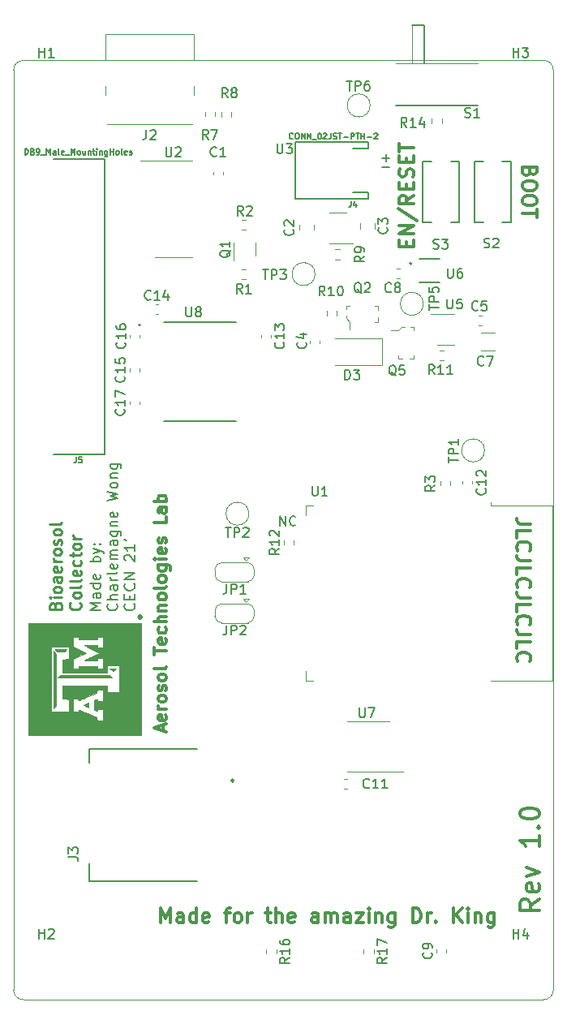
<source format=gto>
%TF.GenerationSoftware,KiCad,Pcbnew,5.1.10-88a1d61d58~88~ubuntu20.04.1*%
%TF.CreationDate,2021-06-24T14:50:30-05:00*%
%TF.ProjectId,MiOrigin,4d694f72-6967-4696-9e2e-6b696361645f,rev?*%
%TF.SameCoordinates,Original*%
%TF.FileFunction,Legend,Top*%
%TF.FilePolarity,Positive*%
%FSLAX46Y46*%
G04 Gerber Fmt 4.6, Leading zero omitted, Abs format (unit mm)*
G04 Created by KiCad (PCBNEW 5.1.10-88a1d61d58~88~ubuntu20.04.1) date 2021-06-24 14:50:30*
%MOMM*%
%LPD*%
G01*
G04 APERTURE LIST*
%ADD10C,0.300000*%
%ADD11C,0.150000*%
%ADD12C,0.250000*%
%ADD13C,0.350000*%
%TA.AperFunction,Profile*%
%ADD14C,0.010000*%
%TD*%
%ADD15C,0.010000*%
%ADD16C,0.120000*%
%ADD17C,0.127000*%
%ADD18C,0.200000*%
%ADD19C,0.240000*%
%ADD20C,0.203200*%
%ADD21C,0.100000*%
G04 APERTURE END LIST*
D10*
X178571428Y-93871428D02*
X177500000Y-93871428D01*
X177285714Y-93800000D01*
X177142857Y-93657142D01*
X177071428Y-93442857D01*
X177071428Y-93300000D01*
X177071428Y-95300000D02*
X177071428Y-94585714D01*
X178571428Y-94585714D01*
X177214285Y-96657142D02*
X177142857Y-96585714D01*
X177071428Y-96371428D01*
X177071428Y-96228571D01*
X177142857Y-96014285D01*
X177285714Y-95871428D01*
X177428571Y-95800000D01*
X177714285Y-95728571D01*
X177928571Y-95728571D01*
X178214285Y-95800000D01*
X178357142Y-95871428D01*
X178500000Y-96014285D01*
X178571428Y-96228571D01*
X178571428Y-96371428D01*
X178500000Y-96585714D01*
X178428571Y-96657142D01*
X178571428Y-97728571D02*
X177500000Y-97728571D01*
X177285714Y-97657142D01*
X177142857Y-97514285D01*
X177071428Y-97300000D01*
X177071428Y-97157142D01*
X177071428Y-99157142D02*
X177071428Y-98442857D01*
X178571428Y-98442857D01*
X177214285Y-100514285D02*
X177142857Y-100442857D01*
X177071428Y-100228571D01*
X177071428Y-100085714D01*
X177142857Y-99871428D01*
X177285714Y-99728571D01*
X177428571Y-99657142D01*
X177714285Y-99585714D01*
X177928571Y-99585714D01*
X178214285Y-99657142D01*
X178357142Y-99728571D01*
X178500000Y-99871428D01*
X178571428Y-100085714D01*
X178571428Y-100228571D01*
X178500000Y-100442857D01*
X178428571Y-100514285D01*
X178571428Y-101585714D02*
X177500000Y-101585714D01*
X177285714Y-101514285D01*
X177142857Y-101371428D01*
X177071428Y-101157142D01*
X177071428Y-101014285D01*
X177071428Y-103014285D02*
X177071428Y-102300000D01*
X178571428Y-102300000D01*
X177214285Y-104371428D02*
X177142857Y-104300000D01*
X177071428Y-104085714D01*
X177071428Y-103942857D01*
X177142857Y-103728571D01*
X177285714Y-103585714D01*
X177428571Y-103514285D01*
X177714285Y-103442857D01*
X177928571Y-103442857D01*
X178214285Y-103514285D01*
X178357142Y-103585714D01*
X178500000Y-103728571D01*
X178571428Y-103942857D01*
X178571428Y-104085714D01*
X178500000Y-104300000D01*
X178428571Y-104371428D01*
X178571428Y-105442857D02*
X177500000Y-105442857D01*
X177285714Y-105371428D01*
X177142857Y-105228571D01*
X177071428Y-105014285D01*
X177071428Y-104871428D01*
X177071428Y-106871428D02*
X177071428Y-106157142D01*
X178571428Y-106157142D01*
X177214285Y-108228571D02*
X177142857Y-108157142D01*
X177071428Y-107942857D01*
X177071428Y-107800000D01*
X177142857Y-107585714D01*
X177285714Y-107442857D01*
X177428571Y-107371428D01*
X177714285Y-107300000D01*
X177928571Y-107300000D01*
X178214285Y-107371428D01*
X178357142Y-107442857D01*
X178500000Y-107585714D01*
X178571428Y-107800000D01*
X178571428Y-107942857D01*
X178500000Y-108157142D01*
X178428571Y-108228571D01*
X139957142Y-135478571D02*
X139957142Y-133978571D01*
X140457142Y-135050000D01*
X140957142Y-133978571D01*
X140957142Y-135478571D01*
X142314285Y-135478571D02*
X142314285Y-134692857D01*
X142242857Y-134550000D01*
X142100000Y-134478571D01*
X141814285Y-134478571D01*
X141671428Y-134550000D01*
X142314285Y-135407142D02*
X142171428Y-135478571D01*
X141814285Y-135478571D01*
X141671428Y-135407142D01*
X141600000Y-135264285D01*
X141600000Y-135121428D01*
X141671428Y-134978571D01*
X141814285Y-134907142D01*
X142171428Y-134907142D01*
X142314285Y-134835714D01*
X143671428Y-135478571D02*
X143671428Y-133978571D01*
X143671428Y-135407142D02*
X143528571Y-135478571D01*
X143242857Y-135478571D01*
X143100000Y-135407142D01*
X143028571Y-135335714D01*
X142957142Y-135192857D01*
X142957142Y-134764285D01*
X143028571Y-134621428D01*
X143100000Y-134550000D01*
X143242857Y-134478571D01*
X143528571Y-134478571D01*
X143671428Y-134550000D01*
X144957142Y-135407142D02*
X144814285Y-135478571D01*
X144528571Y-135478571D01*
X144385714Y-135407142D01*
X144314285Y-135264285D01*
X144314285Y-134692857D01*
X144385714Y-134550000D01*
X144528571Y-134478571D01*
X144814285Y-134478571D01*
X144957142Y-134550000D01*
X145028571Y-134692857D01*
X145028571Y-134835714D01*
X144314285Y-134978571D01*
X146600000Y-134478571D02*
X147171428Y-134478571D01*
X146814285Y-135478571D02*
X146814285Y-134192857D01*
X146885714Y-134050000D01*
X147028571Y-133978571D01*
X147171428Y-133978571D01*
X147885714Y-135478571D02*
X147742857Y-135407142D01*
X147671428Y-135335714D01*
X147600000Y-135192857D01*
X147600000Y-134764285D01*
X147671428Y-134621428D01*
X147742857Y-134550000D01*
X147885714Y-134478571D01*
X148100000Y-134478571D01*
X148242857Y-134550000D01*
X148314285Y-134621428D01*
X148385714Y-134764285D01*
X148385714Y-135192857D01*
X148314285Y-135335714D01*
X148242857Y-135407142D01*
X148100000Y-135478571D01*
X147885714Y-135478571D01*
X149028571Y-135478571D02*
X149028571Y-134478571D01*
X149028571Y-134764285D02*
X149100000Y-134621428D01*
X149171428Y-134550000D01*
X149314285Y-134478571D01*
X149457142Y-134478571D01*
X150885714Y-134478571D02*
X151457142Y-134478571D01*
X151100000Y-133978571D02*
X151100000Y-135264285D01*
X151171428Y-135407142D01*
X151314285Y-135478571D01*
X151457142Y-135478571D01*
X151957142Y-135478571D02*
X151957142Y-133978571D01*
X152600000Y-135478571D02*
X152600000Y-134692857D01*
X152528571Y-134550000D01*
X152385714Y-134478571D01*
X152171428Y-134478571D01*
X152028571Y-134550000D01*
X151957142Y-134621428D01*
X153885714Y-135407142D02*
X153742857Y-135478571D01*
X153457142Y-135478571D01*
X153314285Y-135407142D01*
X153242857Y-135264285D01*
X153242857Y-134692857D01*
X153314285Y-134550000D01*
X153457142Y-134478571D01*
X153742857Y-134478571D01*
X153885714Y-134550000D01*
X153957142Y-134692857D01*
X153957142Y-134835714D01*
X153242857Y-134978571D01*
X156385714Y-135478571D02*
X156385714Y-134692857D01*
X156314285Y-134550000D01*
X156171428Y-134478571D01*
X155885714Y-134478571D01*
X155742857Y-134550000D01*
X156385714Y-135407142D02*
X156242857Y-135478571D01*
X155885714Y-135478571D01*
X155742857Y-135407142D01*
X155671428Y-135264285D01*
X155671428Y-135121428D01*
X155742857Y-134978571D01*
X155885714Y-134907142D01*
X156242857Y-134907142D01*
X156385714Y-134835714D01*
X157100000Y-135478571D02*
X157100000Y-134478571D01*
X157100000Y-134621428D02*
X157171428Y-134550000D01*
X157314285Y-134478571D01*
X157528571Y-134478571D01*
X157671428Y-134550000D01*
X157742857Y-134692857D01*
X157742857Y-135478571D01*
X157742857Y-134692857D02*
X157814285Y-134550000D01*
X157957142Y-134478571D01*
X158171428Y-134478571D01*
X158314285Y-134550000D01*
X158385714Y-134692857D01*
X158385714Y-135478571D01*
X159742857Y-135478571D02*
X159742857Y-134692857D01*
X159671428Y-134550000D01*
X159528571Y-134478571D01*
X159242857Y-134478571D01*
X159100000Y-134550000D01*
X159742857Y-135407142D02*
X159600000Y-135478571D01*
X159242857Y-135478571D01*
X159100000Y-135407142D01*
X159028571Y-135264285D01*
X159028571Y-135121428D01*
X159100000Y-134978571D01*
X159242857Y-134907142D01*
X159600000Y-134907142D01*
X159742857Y-134835714D01*
X160314285Y-134478571D02*
X161100000Y-134478571D01*
X160314285Y-135478571D01*
X161100000Y-135478571D01*
X161671428Y-135478571D02*
X161671428Y-134478571D01*
X161671428Y-133978571D02*
X161600000Y-134050000D01*
X161671428Y-134121428D01*
X161742857Y-134050000D01*
X161671428Y-133978571D01*
X161671428Y-134121428D01*
X162385714Y-134478571D02*
X162385714Y-135478571D01*
X162385714Y-134621428D02*
X162457142Y-134550000D01*
X162600000Y-134478571D01*
X162814285Y-134478571D01*
X162957142Y-134550000D01*
X163028571Y-134692857D01*
X163028571Y-135478571D01*
X164385714Y-134478571D02*
X164385714Y-135692857D01*
X164314285Y-135835714D01*
X164242857Y-135907142D01*
X164100000Y-135978571D01*
X163885714Y-135978571D01*
X163742857Y-135907142D01*
X164385714Y-135407142D02*
X164242857Y-135478571D01*
X163957142Y-135478571D01*
X163814285Y-135407142D01*
X163742857Y-135335714D01*
X163671428Y-135192857D01*
X163671428Y-134764285D01*
X163742857Y-134621428D01*
X163814285Y-134550000D01*
X163957142Y-134478571D01*
X164242857Y-134478571D01*
X164385714Y-134550000D01*
X166242857Y-135478571D02*
X166242857Y-133978571D01*
X166600000Y-133978571D01*
X166814285Y-134050000D01*
X166957142Y-134192857D01*
X167028571Y-134335714D01*
X167100000Y-134621428D01*
X167100000Y-134835714D01*
X167028571Y-135121428D01*
X166957142Y-135264285D01*
X166814285Y-135407142D01*
X166600000Y-135478571D01*
X166242857Y-135478571D01*
X167742857Y-135478571D02*
X167742857Y-134478571D01*
X167742857Y-134764285D02*
X167814285Y-134621428D01*
X167885714Y-134550000D01*
X168028571Y-134478571D01*
X168171428Y-134478571D01*
X168671428Y-135335714D02*
X168742857Y-135407142D01*
X168671428Y-135478571D01*
X168600000Y-135407142D01*
X168671428Y-135335714D01*
X168671428Y-135478571D01*
X170528571Y-135478571D02*
X170528571Y-133978571D01*
X171385714Y-135478571D02*
X170742857Y-134621428D01*
X171385714Y-133978571D02*
X170528571Y-134835714D01*
X172028571Y-135478571D02*
X172028571Y-134478571D01*
X172028571Y-133978571D02*
X171957142Y-134050000D01*
X172028571Y-134121428D01*
X172100000Y-134050000D01*
X172028571Y-133978571D01*
X172028571Y-134121428D01*
X172742857Y-134478571D02*
X172742857Y-135478571D01*
X172742857Y-134621428D02*
X172814285Y-134550000D01*
X172957142Y-134478571D01*
X173171428Y-134478571D01*
X173314285Y-134550000D01*
X173385714Y-134692857D01*
X173385714Y-135478571D01*
X174742857Y-134478571D02*
X174742857Y-135692857D01*
X174671428Y-135835714D01*
X174600000Y-135907142D01*
X174457142Y-135978571D01*
X174242857Y-135978571D01*
X174100000Y-135907142D01*
X174742857Y-135407142D02*
X174600000Y-135478571D01*
X174314285Y-135478571D01*
X174171428Y-135407142D01*
X174100000Y-135335714D01*
X174028571Y-135192857D01*
X174028571Y-134764285D01*
X174100000Y-134621428D01*
X174171428Y-134550000D01*
X174314285Y-134478571D01*
X174600000Y-134478571D01*
X174742857Y-134550000D01*
D11*
X133647619Y-102840595D02*
X132547619Y-102840595D01*
X133333333Y-102473928D01*
X132547619Y-102107261D01*
X133647619Y-102107261D01*
X133647619Y-101112023D02*
X133071428Y-101112023D01*
X132966666Y-101164404D01*
X132914285Y-101269166D01*
X132914285Y-101478690D01*
X132966666Y-101583452D01*
X133595238Y-101112023D02*
X133647619Y-101216785D01*
X133647619Y-101478690D01*
X133595238Y-101583452D01*
X133490476Y-101635833D01*
X133385714Y-101635833D01*
X133280952Y-101583452D01*
X133228571Y-101478690D01*
X133228571Y-101216785D01*
X133176190Y-101112023D01*
X133647619Y-100116785D02*
X132547619Y-100116785D01*
X133595238Y-100116785D02*
X133647619Y-100221547D01*
X133647619Y-100431071D01*
X133595238Y-100535833D01*
X133542857Y-100588214D01*
X133438095Y-100640595D01*
X133123809Y-100640595D01*
X133019047Y-100588214D01*
X132966666Y-100535833D01*
X132914285Y-100431071D01*
X132914285Y-100221547D01*
X132966666Y-100116785D01*
X133595238Y-99173928D02*
X133647619Y-99278690D01*
X133647619Y-99488214D01*
X133595238Y-99592976D01*
X133490476Y-99645357D01*
X133071428Y-99645357D01*
X132966666Y-99592976D01*
X132914285Y-99488214D01*
X132914285Y-99278690D01*
X132966666Y-99173928D01*
X133071428Y-99121547D01*
X133176190Y-99121547D01*
X133280952Y-99645357D01*
X133647619Y-97812023D02*
X132547619Y-97812023D01*
X132966666Y-97812023D02*
X132914285Y-97707261D01*
X132914285Y-97497738D01*
X132966666Y-97392976D01*
X133019047Y-97340595D01*
X133123809Y-97288214D01*
X133438095Y-97288214D01*
X133542857Y-97340595D01*
X133595238Y-97392976D01*
X133647619Y-97497738D01*
X133647619Y-97707261D01*
X133595238Y-97812023D01*
X132914285Y-96921547D02*
X133647619Y-96659642D01*
X132914285Y-96397738D02*
X133647619Y-96659642D01*
X133909523Y-96764404D01*
X133961904Y-96816785D01*
X134014285Y-96921547D01*
X133542857Y-95978690D02*
X133595238Y-95926309D01*
X133647619Y-95978690D01*
X133595238Y-96031071D01*
X133542857Y-95978690D01*
X133647619Y-95978690D01*
X132966666Y-95978690D02*
X133019047Y-95926309D01*
X133071428Y-95978690D01*
X133019047Y-96031071D01*
X132966666Y-95978690D01*
X133071428Y-95978690D01*
X135342857Y-102212023D02*
X135395238Y-102264404D01*
X135447619Y-102421547D01*
X135447619Y-102526309D01*
X135395238Y-102683452D01*
X135290476Y-102788214D01*
X135185714Y-102840595D01*
X134976190Y-102892976D01*
X134819047Y-102892976D01*
X134609523Y-102840595D01*
X134504761Y-102788214D01*
X134400000Y-102683452D01*
X134347619Y-102526309D01*
X134347619Y-102421547D01*
X134400000Y-102264404D01*
X134452380Y-102212023D01*
X135447619Y-101740595D02*
X134347619Y-101740595D01*
X135447619Y-101269166D02*
X134871428Y-101269166D01*
X134766666Y-101321547D01*
X134714285Y-101426309D01*
X134714285Y-101583452D01*
X134766666Y-101688214D01*
X134819047Y-101740595D01*
X135447619Y-100273928D02*
X134871428Y-100273928D01*
X134766666Y-100326309D01*
X134714285Y-100431071D01*
X134714285Y-100640595D01*
X134766666Y-100745357D01*
X135395238Y-100273928D02*
X135447619Y-100378690D01*
X135447619Y-100640595D01*
X135395238Y-100745357D01*
X135290476Y-100797738D01*
X135185714Y-100797738D01*
X135080952Y-100745357D01*
X135028571Y-100640595D01*
X135028571Y-100378690D01*
X134976190Y-100273928D01*
X135447619Y-99750119D02*
X134714285Y-99750119D01*
X134923809Y-99750119D02*
X134819047Y-99697738D01*
X134766666Y-99645357D01*
X134714285Y-99540595D01*
X134714285Y-99435833D01*
X135447619Y-98912023D02*
X135395238Y-99016785D01*
X135290476Y-99069166D01*
X134347619Y-99069166D01*
X135395238Y-98073928D02*
X135447619Y-98178690D01*
X135447619Y-98388214D01*
X135395238Y-98492976D01*
X135290476Y-98545357D01*
X134871428Y-98545357D01*
X134766666Y-98492976D01*
X134714285Y-98388214D01*
X134714285Y-98178690D01*
X134766666Y-98073928D01*
X134871428Y-98021547D01*
X134976190Y-98021547D01*
X135080952Y-98545357D01*
X135447619Y-97550119D02*
X134714285Y-97550119D01*
X134819047Y-97550119D02*
X134766666Y-97497738D01*
X134714285Y-97392976D01*
X134714285Y-97235833D01*
X134766666Y-97131071D01*
X134871428Y-97078690D01*
X135447619Y-97078690D01*
X134871428Y-97078690D02*
X134766666Y-97026309D01*
X134714285Y-96921547D01*
X134714285Y-96764404D01*
X134766666Y-96659642D01*
X134871428Y-96607261D01*
X135447619Y-96607261D01*
X135447619Y-95612023D02*
X134871428Y-95612023D01*
X134766666Y-95664404D01*
X134714285Y-95769166D01*
X134714285Y-95978690D01*
X134766666Y-96083452D01*
X135395238Y-95612023D02*
X135447619Y-95716785D01*
X135447619Y-95978690D01*
X135395238Y-96083452D01*
X135290476Y-96135833D01*
X135185714Y-96135833D01*
X135080952Y-96083452D01*
X135028571Y-95978690D01*
X135028571Y-95716785D01*
X134976190Y-95612023D01*
X134714285Y-94616785D02*
X135604761Y-94616785D01*
X135709523Y-94669166D01*
X135761904Y-94721547D01*
X135814285Y-94826309D01*
X135814285Y-94983452D01*
X135761904Y-95088214D01*
X135395238Y-94616785D02*
X135447619Y-94721547D01*
X135447619Y-94931071D01*
X135395238Y-95035833D01*
X135342857Y-95088214D01*
X135238095Y-95140595D01*
X134923809Y-95140595D01*
X134819047Y-95088214D01*
X134766666Y-95035833D01*
X134714285Y-94931071D01*
X134714285Y-94721547D01*
X134766666Y-94616785D01*
X134714285Y-94092976D02*
X135447619Y-94092976D01*
X134819047Y-94092976D02*
X134766666Y-94040595D01*
X134714285Y-93935833D01*
X134714285Y-93778690D01*
X134766666Y-93673928D01*
X134871428Y-93621547D01*
X135447619Y-93621547D01*
X135395238Y-92678690D02*
X135447619Y-92783452D01*
X135447619Y-92992976D01*
X135395238Y-93097738D01*
X135290476Y-93150119D01*
X134871428Y-93150119D01*
X134766666Y-93097738D01*
X134714285Y-92992976D01*
X134714285Y-92783452D01*
X134766666Y-92678690D01*
X134871428Y-92626309D01*
X134976190Y-92626309D01*
X135080952Y-93150119D01*
X134347619Y-91421547D02*
X135447619Y-91159642D01*
X134661904Y-90950119D01*
X135447619Y-90740595D01*
X134347619Y-90478690D01*
X135447619Y-89902500D02*
X135395238Y-90007261D01*
X135342857Y-90059642D01*
X135238095Y-90112023D01*
X134923809Y-90112023D01*
X134819047Y-90059642D01*
X134766666Y-90007261D01*
X134714285Y-89902500D01*
X134714285Y-89745357D01*
X134766666Y-89640595D01*
X134819047Y-89588214D01*
X134923809Y-89535833D01*
X135238095Y-89535833D01*
X135342857Y-89588214D01*
X135395238Y-89640595D01*
X135447619Y-89745357D01*
X135447619Y-89902500D01*
X134714285Y-89064404D02*
X135447619Y-89064404D01*
X134819047Y-89064404D02*
X134766666Y-89012023D01*
X134714285Y-88907261D01*
X134714285Y-88750119D01*
X134766666Y-88645357D01*
X134871428Y-88592976D01*
X135447619Y-88592976D01*
X134714285Y-87597738D02*
X135604761Y-87597738D01*
X135709523Y-87650119D01*
X135761904Y-87702500D01*
X135814285Y-87807261D01*
X135814285Y-87964404D01*
X135761904Y-88069166D01*
X135395238Y-87597738D02*
X135447619Y-87702500D01*
X135447619Y-87912023D01*
X135395238Y-88016785D01*
X135342857Y-88069166D01*
X135238095Y-88121547D01*
X134923809Y-88121547D01*
X134819047Y-88069166D01*
X134766666Y-88016785D01*
X134714285Y-87912023D01*
X134714285Y-87702500D01*
X134766666Y-87597738D01*
X137142857Y-102212023D02*
X137195238Y-102264404D01*
X137247619Y-102421547D01*
X137247619Y-102526309D01*
X137195238Y-102683452D01*
X137090476Y-102788214D01*
X136985714Y-102840595D01*
X136776190Y-102892976D01*
X136619047Y-102892976D01*
X136409523Y-102840595D01*
X136304761Y-102788214D01*
X136200000Y-102683452D01*
X136147619Y-102526309D01*
X136147619Y-102421547D01*
X136200000Y-102264404D01*
X136252380Y-102212023D01*
X136671428Y-101740595D02*
X136671428Y-101373928D01*
X137247619Y-101216785D02*
X137247619Y-101740595D01*
X136147619Y-101740595D01*
X136147619Y-101216785D01*
X137142857Y-100116785D02*
X137195238Y-100169166D01*
X137247619Y-100326309D01*
X137247619Y-100431071D01*
X137195238Y-100588214D01*
X137090476Y-100692976D01*
X136985714Y-100745357D01*
X136776190Y-100797738D01*
X136619047Y-100797738D01*
X136409523Y-100745357D01*
X136304761Y-100692976D01*
X136200000Y-100588214D01*
X136147619Y-100431071D01*
X136147619Y-100326309D01*
X136200000Y-100169166D01*
X136252380Y-100116785D01*
X137247619Y-99645357D02*
X136147619Y-99645357D01*
X137247619Y-99016785D01*
X136147619Y-99016785D01*
X136252380Y-97707261D02*
X136200000Y-97654880D01*
X136147619Y-97550119D01*
X136147619Y-97288214D01*
X136200000Y-97183452D01*
X136252380Y-97131071D01*
X136357142Y-97078690D01*
X136461904Y-97078690D01*
X136619047Y-97131071D01*
X137247619Y-97759642D01*
X137247619Y-97078690D01*
X137247619Y-96031071D02*
X137247619Y-96659642D01*
X137247619Y-96345357D02*
X136147619Y-96345357D01*
X136304761Y-96450119D01*
X136409523Y-96554880D01*
X136461904Y-96659642D01*
X136147619Y-95507261D02*
X136357142Y-95612023D01*
D12*
X128939285Y-102351785D02*
X128996428Y-102180357D01*
X129053571Y-102123214D01*
X129167857Y-102066071D01*
X129339285Y-102066071D01*
X129453571Y-102123214D01*
X129510714Y-102180357D01*
X129567857Y-102294642D01*
X129567857Y-102751785D01*
X128367857Y-102751785D01*
X128367857Y-102351785D01*
X128425000Y-102237500D01*
X128482142Y-102180357D01*
X128596428Y-102123214D01*
X128710714Y-102123214D01*
X128825000Y-102180357D01*
X128882142Y-102237500D01*
X128939285Y-102351785D01*
X128939285Y-102751785D01*
X129567857Y-101551785D02*
X128767857Y-101551785D01*
X128367857Y-101551785D02*
X128425000Y-101608928D01*
X128482142Y-101551785D01*
X128425000Y-101494642D01*
X128367857Y-101551785D01*
X128482142Y-101551785D01*
X129567857Y-100808928D02*
X129510714Y-100923214D01*
X129453571Y-100980357D01*
X129339285Y-101037500D01*
X128996428Y-101037500D01*
X128882142Y-100980357D01*
X128825000Y-100923214D01*
X128767857Y-100808928D01*
X128767857Y-100637500D01*
X128825000Y-100523214D01*
X128882142Y-100466071D01*
X128996428Y-100408928D01*
X129339285Y-100408928D01*
X129453571Y-100466071D01*
X129510714Y-100523214D01*
X129567857Y-100637500D01*
X129567857Y-100808928D01*
X129567857Y-99380357D02*
X128939285Y-99380357D01*
X128825000Y-99437500D01*
X128767857Y-99551785D01*
X128767857Y-99780357D01*
X128825000Y-99894642D01*
X129510714Y-99380357D02*
X129567857Y-99494642D01*
X129567857Y-99780357D01*
X129510714Y-99894642D01*
X129396428Y-99951785D01*
X129282142Y-99951785D01*
X129167857Y-99894642D01*
X129110714Y-99780357D01*
X129110714Y-99494642D01*
X129053571Y-99380357D01*
X129510714Y-98351785D02*
X129567857Y-98466071D01*
X129567857Y-98694642D01*
X129510714Y-98808928D01*
X129396428Y-98866071D01*
X128939285Y-98866071D01*
X128825000Y-98808928D01*
X128767857Y-98694642D01*
X128767857Y-98466071D01*
X128825000Y-98351785D01*
X128939285Y-98294642D01*
X129053571Y-98294642D01*
X129167857Y-98866071D01*
X129567857Y-97780357D02*
X128767857Y-97780357D01*
X128996428Y-97780357D02*
X128882142Y-97723214D01*
X128825000Y-97666071D01*
X128767857Y-97551785D01*
X128767857Y-97437500D01*
X129567857Y-96866071D02*
X129510714Y-96980357D01*
X129453571Y-97037500D01*
X129339285Y-97094642D01*
X128996428Y-97094642D01*
X128882142Y-97037500D01*
X128825000Y-96980357D01*
X128767857Y-96866071D01*
X128767857Y-96694642D01*
X128825000Y-96580357D01*
X128882142Y-96523214D01*
X128996428Y-96466071D01*
X129339285Y-96466071D01*
X129453571Y-96523214D01*
X129510714Y-96580357D01*
X129567857Y-96694642D01*
X129567857Y-96866071D01*
X129510714Y-96008928D02*
X129567857Y-95894642D01*
X129567857Y-95666071D01*
X129510714Y-95551785D01*
X129396428Y-95494642D01*
X129339285Y-95494642D01*
X129225000Y-95551785D01*
X129167857Y-95666071D01*
X129167857Y-95837500D01*
X129110714Y-95951785D01*
X128996428Y-96008928D01*
X128939285Y-96008928D01*
X128825000Y-95951785D01*
X128767857Y-95837500D01*
X128767857Y-95666071D01*
X128825000Y-95551785D01*
X129567857Y-94808928D02*
X129510714Y-94923214D01*
X129453571Y-94980357D01*
X129339285Y-95037500D01*
X128996428Y-95037500D01*
X128882142Y-94980357D01*
X128825000Y-94923214D01*
X128767857Y-94808928D01*
X128767857Y-94637500D01*
X128825000Y-94523214D01*
X128882142Y-94466071D01*
X128996428Y-94408928D01*
X129339285Y-94408928D01*
X129453571Y-94466071D01*
X129510714Y-94523214D01*
X129567857Y-94637500D01*
X129567857Y-94808928D01*
X129567857Y-93723214D02*
X129510714Y-93837500D01*
X129396428Y-93894642D01*
X128367857Y-93894642D01*
X131503571Y-102066071D02*
X131560714Y-102123214D01*
X131617857Y-102294642D01*
X131617857Y-102408928D01*
X131560714Y-102580357D01*
X131446428Y-102694642D01*
X131332142Y-102751785D01*
X131103571Y-102808928D01*
X130932142Y-102808928D01*
X130703571Y-102751785D01*
X130589285Y-102694642D01*
X130475000Y-102580357D01*
X130417857Y-102408928D01*
X130417857Y-102294642D01*
X130475000Y-102123214D01*
X130532142Y-102066071D01*
X131617857Y-101380357D02*
X131560714Y-101494642D01*
X131503571Y-101551785D01*
X131389285Y-101608928D01*
X131046428Y-101608928D01*
X130932142Y-101551785D01*
X130875000Y-101494642D01*
X130817857Y-101380357D01*
X130817857Y-101208928D01*
X130875000Y-101094642D01*
X130932142Y-101037500D01*
X131046428Y-100980357D01*
X131389285Y-100980357D01*
X131503571Y-101037500D01*
X131560714Y-101094642D01*
X131617857Y-101208928D01*
X131617857Y-101380357D01*
X131617857Y-100294642D02*
X131560714Y-100408928D01*
X131446428Y-100466071D01*
X130417857Y-100466071D01*
X131617857Y-99666071D02*
X131560714Y-99780357D01*
X131446428Y-99837500D01*
X130417857Y-99837500D01*
X131560714Y-98751785D02*
X131617857Y-98866071D01*
X131617857Y-99094642D01*
X131560714Y-99208928D01*
X131446428Y-99266071D01*
X130989285Y-99266071D01*
X130875000Y-99208928D01*
X130817857Y-99094642D01*
X130817857Y-98866071D01*
X130875000Y-98751785D01*
X130989285Y-98694642D01*
X131103571Y-98694642D01*
X131217857Y-99266071D01*
X131560714Y-97666071D02*
X131617857Y-97780357D01*
X131617857Y-98008928D01*
X131560714Y-98123214D01*
X131503571Y-98180357D01*
X131389285Y-98237500D01*
X131046428Y-98237500D01*
X130932142Y-98180357D01*
X130875000Y-98123214D01*
X130817857Y-98008928D01*
X130817857Y-97780357D01*
X130875000Y-97666071D01*
X130817857Y-97323214D02*
X130817857Y-96866071D01*
X130417857Y-97151785D02*
X131446428Y-97151785D01*
X131560714Y-97094642D01*
X131617857Y-96980357D01*
X131617857Y-96866071D01*
X131617857Y-96294642D02*
X131560714Y-96408928D01*
X131503571Y-96466071D01*
X131389285Y-96523214D01*
X131046428Y-96523214D01*
X130932142Y-96466071D01*
X130875000Y-96408928D01*
X130817857Y-96294642D01*
X130817857Y-96123214D01*
X130875000Y-96008928D01*
X130932142Y-95951785D01*
X131046428Y-95894642D01*
X131389285Y-95894642D01*
X131503571Y-95951785D01*
X131560714Y-96008928D01*
X131617857Y-96123214D01*
X131617857Y-96294642D01*
X131617857Y-95380357D02*
X130817857Y-95380357D01*
X131046428Y-95380357D02*
X130932142Y-95323214D01*
X130875000Y-95266071D01*
X130817857Y-95151785D01*
X130817857Y-95037500D01*
D10*
X140166666Y-115488095D02*
X140166666Y-114869047D01*
X140538095Y-115611904D02*
X139238095Y-115178571D01*
X140538095Y-114745238D01*
X140476190Y-113816666D02*
X140538095Y-113940476D01*
X140538095Y-114188095D01*
X140476190Y-114311904D01*
X140352380Y-114373809D01*
X139857142Y-114373809D01*
X139733333Y-114311904D01*
X139671428Y-114188095D01*
X139671428Y-113940476D01*
X139733333Y-113816666D01*
X139857142Y-113754761D01*
X139980952Y-113754761D01*
X140104761Y-114373809D01*
X140538095Y-113197619D02*
X139671428Y-113197619D01*
X139919047Y-113197619D02*
X139795238Y-113135714D01*
X139733333Y-113073809D01*
X139671428Y-112950000D01*
X139671428Y-112826190D01*
X140538095Y-112207142D02*
X140476190Y-112330952D01*
X140414285Y-112392857D01*
X140290476Y-112454761D01*
X139919047Y-112454761D01*
X139795238Y-112392857D01*
X139733333Y-112330952D01*
X139671428Y-112207142D01*
X139671428Y-112021428D01*
X139733333Y-111897619D01*
X139795238Y-111835714D01*
X139919047Y-111773809D01*
X140290476Y-111773809D01*
X140414285Y-111835714D01*
X140476190Y-111897619D01*
X140538095Y-112021428D01*
X140538095Y-112207142D01*
X140476190Y-111278571D02*
X140538095Y-111154761D01*
X140538095Y-110907142D01*
X140476190Y-110783333D01*
X140352380Y-110721428D01*
X140290476Y-110721428D01*
X140166666Y-110783333D01*
X140104761Y-110907142D01*
X140104761Y-111092857D01*
X140042857Y-111216666D01*
X139919047Y-111278571D01*
X139857142Y-111278571D01*
X139733333Y-111216666D01*
X139671428Y-111092857D01*
X139671428Y-110907142D01*
X139733333Y-110783333D01*
X140538095Y-109978571D02*
X140476190Y-110102380D01*
X140414285Y-110164285D01*
X140290476Y-110226190D01*
X139919047Y-110226190D01*
X139795238Y-110164285D01*
X139733333Y-110102380D01*
X139671428Y-109978571D01*
X139671428Y-109792857D01*
X139733333Y-109669047D01*
X139795238Y-109607142D01*
X139919047Y-109545238D01*
X140290476Y-109545238D01*
X140414285Y-109607142D01*
X140476190Y-109669047D01*
X140538095Y-109792857D01*
X140538095Y-109978571D01*
X140538095Y-108802380D02*
X140476190Y-108926190D01*
X140352380Y-108988095D01*
X139238095Y-108988095D01*
X139238095Y-107502380D02*
X139238095Y-106759523D01*
X140538095Y-107130952D02*
X139238095Y-107130952D01*
X140476190Y-105830952D02*
X140538095Y-105954761D01*
X140538095Y-106202380D01*
X140476190Y-106326190D01*
X140352380Y-106388095D01*
X139857142Y-106388095D01*
X139733333Y-106326190D01*
X139671428Y-106202380D01*
X139671428Y-105954761D01*
X139733333Y-105830952D01*
X139857142Y-105769047D01*
X139980952Y-105769047D01*
X140104761Y-106388095D01*
X140476190Y-104654761D02*
X140538095Y-104778571D01*
X140538095Y-105026190D01*
X140476190Y-105150000D01*
X140414285Y-105211904D01*
X140290476Y-105273809D01*
X139919047Y-105273809D01*
X139795238Y-105211904D01*
X139733333Y-105150000D01*
X139671428Y-105026190D01*
X139671428Y-104778571D01*
X139733333Y-104654761D01*
X140538095Y-104097619D02*
X139238095Y-104097619D01*
X140538095Y-103540476D02*
X139857142Y-103540476D01*
X139733333Y-103602380D01*
X139671428Y-103726190D01*
X139671428Y-103911904D01*
X139733333Y-104035714D01*
X139795238Y-104097619D01*
X139671428Y-102921428D02*
X140538095Y-102921428D01*
X139795238Y-102921428D02*
X139733333Y-102859523D01*
X139671428Y-102735714D01*
X139671428Y-102550000D01*
X139733333Y-102426190D01*
X139857142Y-102364285D01*
X140538095Y-102364285D01*
X140538095Y-101559523D02*
X140476190Y-101683333D01*
X140414285Y-101745238D01*
X140290476Y-101807142D01*
X139919047Y-101807142D01*
X139795238Y-101745238D01*
X139733333Y-101683333D01*
X139671428Y-101559523D01*
X139671428Y-101373809D01*
X139733333Y-101250000D01*
X139795238Y-101188095D01*
X139919047Y-101126190D01*
X140290476Y-101126190D01*
X140414285Y-101188095D01*
X140476190Y-101250000D01*
X140538095Y-101373809D01*
X140538095Y-101559523D01*
X140538095Y-100383333D02*
X140476190Y-100507142D01*
X140352380Y-100569047D01*
X139238095Y-100569047D01*
X140538095Y-99702380D02*
X140476190Y-99826190D01*
X140414285Y-99888095D01*
X140290476Y-99950000D01*
X139919047Y-99950000D01*
X139795238Y-99888095D01*
X139733333Y-99826190D01*
X139671428Y-99702380D01*
X139671428Y-99516666D01*
X139733333Y-99392857D01*
X139795238Y-99330952D01*
X139919047Y-99269047D01*
X140290476Y-99269047D01*
X140414285Y-99330952D01*
X140476190Y-99392857D01*
X140538095Y-99516666D01*
X140538095Y-99702380D01*
X139671428Y-98154761D02*
X140723809Y-98154761D01*
X140847619Y-98216666D01*
X140909523Y-98278571D01*
X140971428Y-98402380D01*
X140971428Y-98588095D01*
X140909523Y-98711904D01*
X140476190Y-98154761D02*
X140538095Y-98278571D01*
X140538095Y-98526190D01*
X140476190Y-98650000D01*
X140414285Y-98711904D01*
X140290476Y-98773809D01*
X139919047Y-98773809D01*
X139795238Y-98711904D01*
X139733333Y-98650000D01*
X139671428Y-98526190D01*
X139671428Y-98278571D01*
X139733333Y-98154761D01*
X140538095Y-97535714D02*
X139671428Y-97535714D01*
X139238095Y-97535714D02*
X139300000Y-97597619D01*
X139361904Y-97535714D01*
X139300000Y-97473809D01*
X139238095Y-97535714D01*
X139361904Y-97535714D01*
X140476190Y-96421428D02*
X140538095Y-96545238D01*
X140538095Y-96792857D01*
X140476190Y-96916666D01*
X140352380Y-96978571D01*
X139857142Y-96978571D01*
X139733333Y-96916666D01*
X139671428Y-96792857D01*
X139671428Y-96545238D01*
X139733333Y-96421428D01*
X139857142Y-96359523D01*
X139980952Y-96359523D01*
X140104761Y-96978571D01*
X140476190Y-95864285D02*
X140538095Y-95740476D01*
X140538095Y-95492857D01*
X140476190Y-95369047D01*
X140352380Y-95307142D01*
X140290476Y-95307142D01*
X140166666Y-95369047D01*
X140104761Y-95492857D01*
X140104761Y-95678571D01*
X140042857Y-95802380D01*
X139919047Y-95864285D01*
X139857142Y-95864285D01*
X139733333Y-95802380D01*
X139671428Y-95678571D01*
X139671428Y-95492857D01*
X139733333Y-95369047D01*
X140538095Y-93140476D02*
X140538095Y-93759523D01*
X139238095Y-93759523D01*
X140538095Y-92150000D02*
X139857142Y-92150000D01*
X139733333Y-92211904D01*
X139671428Y-92335714D01*
X139671428Y-92583333D01*
X139733333Y-92707142D01*
X140476190Y-92150000D02*
X140538095Y-92273809D01*
X140538095Y-92583333D01*
X140476190Y-92707142D01*
X140352380Y-92769047D01*
X140228571Y-92769047D01*
X140104761Y-92707142D01*
X140042857Y-92583333D01*
X140042857Y-92273809D01*
X139980952Y-92150000D01*
X140538095Y-91530952D02*
X139238095Y-91530952D01*
X139733333Y-91530952D02*
X139671428Y-91407142D01*
X139671428Y-91159523D01*
X139733333Y-91035714D01*
X139795238Y-90973809D01*
X139919047Y-90911904D01*
X140290476Y-90911904D01*
X140414285Y-90973809D01*
X140476190Y-91035714D01*
X140538095Y-91159523D01*
X140538095Y-91407142D01*
X140476190Y-91530952D01*
D13*
X179454761Y-133042857D02*
X178502380Y-133709523D01*
X179454761Y-134185714D02*
X177454761Y-134185714D01*
X177454761Y-133423809D01*
X177550000Y-133233333D01*
X177645238Y-133138095D01*
X177835714Y-133042857D01*
X178121428Y-133042857D01*
X178311904Y-133138095D01*
X178407142Y-133233333D01*
X178502380Y-133423809D01*
X178502380Y-134185714D01*
X179359523Y-131423809D02*
X179454761Y-131614285D01*
X179454761Y-131995238D01*
X179359523Y-132185714D01*
X179169047Y-132280952D01*
X178407142Y-132280952D01*
X178216666Y-132185714D01*
X178121428Y-131995238D01*
X178121428Y-131614285D01*
X178216666Y-131423809D01*
X178407142Y-131328571D01*
X178597619Y-131328571D01*
X178788095Y-132280952D01*
X178121428Y-130661904D02*
X179454761Y-130185714D01*
X178121428Y-129709523D01*
X179454761Y-126376190D02*
X179454761Y-127519047D01*
X179454761Y-126947619D02*
X177454761Y-126947619D01*
X177740476Y-127138095D01*
X177930952Y-127328571D01*
X178026190Y-127519047D01*
X179264285Y-125519047D02*
X179359523Y-125423809D01*
X179454761Y-125519047D01*
X179359523Y-125614285D01*
X179264285Y-125519047D01*
X179454761Y-125519047D01*
X177454761Y-124185714D02*
X177454761Y-123995238D01*
X177550000Y-123804761D01*
X177645238Y-123709523D01*
X177835714Y-123614285D01*
X178216666Y-123519047D01*
X178692857Y-123519047D01*
X179073809Y-123614285D01*
X179264285Y-123709523D01*
X179359523Y-123804761D01*
X179454761Y-123995238D01*
X179454761Y-124185714D01*
X179359523Y-124376190D01*
X179264285Y-124471428D01*
X179073809Y-124566666D01*
X178692857Y-124661904D01*
X178216666Y-124661904D01*
X177835714Y-124566666D01*
X177645238Y-124471428D01*
X177550000Y-124376190D01*
X177454761Y-124185714D01*
D14*
X125580000Y-143500000D02*
G75*
G02*
X124580000Y-142500000I0J1000000D01*
G01*
X180920000Y-142500000D02*
G75*
G02*
X179920000Y-143500000I-1000000J0D01*
G01*
X179920000Y-45500000D02*
G75*
G02*
X180920000Y-46500000I0J-1000000D01*
G01*
X124580000Y-46500000D02*
G75*
G02*
X125580000Y-45500000I1000000J0D01*
G01*
D10*
X178487342Y-57130085D02*
X178415914Y-57344371D01*
X178344485Y-57415800D01*
X178201628Y-57487228D01*
X177987342Y-57487228D01*
X177844485Y-57415800D01*
X177773057Y-57344371D01*
X177701628Y-57201514D01*
X177701628Y-56630085D01*
X179201628Y-56630085D01*
X179201628Y-57130085D01*
X179130200Y-57272942D01*
X179058771Y-57344371D01*
X178915914Y-57415800D01*
X178773057Y-57415800D01*
X178630200Y-57344371D01*
X178558771Y-57272942D01*
X178487342Y-57130085D01*
X178487342Y-56630085D01*
X179201628Y-58415800D02*
X179201628Y-58701514D01*
X179130200Y-58844371D01*
X178987342Y-58987228D01*
X178701628Y-59058657D01*
X178201628Y-59058657D01*
X177915914Y-58987228D01*
X177773057Y-58844371D01*
X177701628Y-58701514D01*
X177701628Y-58415800D01*
X177773057Y-58272942D01*
X177915914Y-58130085D01*
X178201628Y-58058657D01*
X178701628Y-58058657D01*
X178987342Y-58130085D01*
X179130200Y-58272942D01*
X179201628Y-58415800D01*
X179201628Y-59987228D02*
X179201628Y-60272942D01*
X179130200Y-60415800D01*
X178987342Y-60558657D01*
X178701628Y-60630085D01*
X178201628Y-60630085D01*
X177915914Y-60558657D01*
X177773057Y-60415800D01*
X177701628Y-60272942D01*
X177701628Y-59987228D01*
X177773057Y-59844371D01*
X177915914Y-59701514D01*
X178201628Y-59630085D01*
X178701628Y-59630085D01*
X178987342Y-59701514D01*
X179130200Y-59844371D01*
X179201628Y-59987228D01*
X179201628Y-61058657D02*
X179201628Y-61915800D01*
X177701628Y-61487228D02*
X179201628Y-61487228D01*
X165542857Y-64959514D02*
X165542857Y-64459514D01*
X166328571Y-64245228D02*
X166328571Y-64959514D01*
X164828571Y-64959514D01*
X164828571Y-64245228D01*
X166328571Y-63602371D02*
X164828571Y-63602371D01*
X166328571Y-62745228D01*
X164828571Y-62745228D01*
X164757142Y-60959514D02*
X166685714Y-62245228D01*
X166328571Y-59602371D02*
X165614285Y-60102371D01*
X166328571Y-60459514D02*
X164828571Y-60459514D01*
X164828571Y-59888085D01*
X164900000Y-59745228D01*
X164971428Y-59673800D01*
X165114285Y-59602371D01*
X165328571Y-59602371D01*
X165471428Y-59673800D01*
X165542857Y-59745228D01*
X165614285Y-59888085D01*
X165614285Y-60459514D01*
X165542857Y-58959514D02*
X165542857Y-58459514D01*
X166328571Y-58245228D02*
X166328571Y-58959514D01*
X164828571Y-58959514D01*
X164828571Y-58245228D01*
X166257142Y-57673800D02*
X166328571Y-57459514D01*
X166328571Y-57102371D01*
X166257142Y-56959514D01*
X166185714Y-56888085D01*
X166042857Y-56816657D01*
X165900000Y-56816657D01*
X165757142Y-56888085D01*
X165685714Y-56959514D01*
X165614285Y-57102371D01*
X165542857Y-57388085D01*
X165471428Y-57530942D01*
X165400000Y-57602371D01*
X165257142Y-57673800D01*
X165114285Y-57673800D01*
X164971428Y-57602371D01*
X164900000Y-57530942D01*
X164828571Y-57388085D01*
X164828571Y-57030942D01*
X164900000Y-56816657D01*
X165542857Y-56173800D02*
X165542857Y-55673800D01*
X166328571Y-55459514D02*
X166328571Y-56173800D01*
X164828571Y-56173800D01*
X164828571Y-55459514D01*
X164828571Y-55030942D02*
X164828571Y-54173800D01*
X166328571Y-54602371D02*
X164828571Y-54602371D01*
D11*
X163069047Y-56671428D02*
X163830952Y-56671428D01*
X163069047Y-55671428D02*
X163830952Y-55671428D01*
X163450000Y-56052380D02*
X163450000Y-55290476D01*
X152396085Y-94063380D02*
X152396085Y-93063380D01*
X152967514Y-94063380D01*
X152967514Y-93063380D01*
X154015133Y-93968142D02*
X153967514Y-94015761D01*
X153824657Y-94063380D01*
X153729419Y-94063380D01*
X153586561Y-94015761D01*
X153491323Y-93920523D01*
X153443704Y-93825285D01*
X153396085Y-93634809D01*
X153396085Y-93491952D01*
X153443704Y-93301476D01*
X153491323Y-93206238D01*
X153586561Y-93111000D01*
X153729419Y-93063380D01*
X153824657Y-93063380D01*
X153967514Y-93111000D01*
X154015133Y-93158619D01*
D14*
X124580000Y-142500000D02*
X124580000Y-46500000D01*
X180920000Y-142500000D02*
X180920000Y-46500000D01*
X179920000Y-143500000D02*
X125580000Y-143500000D01*
X125580000Y-45500000D02*
X179920000Y-45500000D01*
D15*
%TO.C,G\u002A\u002A\u002A*%
G36*
X137532738Y-103456507D02*
G01*
X137590484Y-103381046D01*
X137672264Y-103331282D01*
X137768981Y-103318526D01*
X137871542Y-103354090D01*
X137884935Y-103362926D01*
X137933099Y-103414253D01*
X137953249Y-103492411D01*
X137955500Y-103551625D01*
X137946587Y-103652930D01*
X137914138Y-103715429D01*
X137884935Y-103740325D01*
X137775666Y-103785612D01*
X137745941Y-103780796D01*
X137745941Y-103724337D01*
X137837707Y-103695077D01*
X137865687Y-103673705D01*
X137917110Y-103590515D01*
X137910343Y-103497237D01*
X137871204Y-103435063D01*
X137789776Y-103383929D01*
X137700368Y-103382828D01*
X137621970Y-103424491D01*
X137573575Y-103501653D01*
X137566562Y-103551625D01*
X137592462Y-103645303D01*
X137658224Y-103705309D01*
X137745941Y-103724337D01*
X137745941Y-103780796D01*
X137665611Y-103767780D01*
X137594656Y-103723946D01*
X137525729Y-103639269D01*
X137508122Y-103546352D01*
X137532738Y-103456507D01*
G37*
X137532738Y-103456507D02*
X137590484Y-103381046D01*
X137672264Y-103331282D01*
X137768981Y-103318526D01*
X137871542Y-103354090D01*
X137884935Y-103362926D01*
X137933099Y-103414253D01*
X137953249Y-103492411D01*
X137955500Y-103551625D01*
X137946587Y-103652930D01*
X137914138Y-103715429D01*
X137884935Y-103740325D01*
X137775666Y-103785612D01*
X137745941Y-103780796D01*
X137745941Y-103724337D01*
X137837707Y-103695077D01*
X137865687Y-103673705D01*
X137917110Y-103590515D01*
X137910343Y-103497237D01*
X137871204Y-103435063D01*
X137789776Y-103383929D01*
X137700368Y-103382828D01*
X137621970Y-103424491D01*
X137573575Y-103501653D01*
X137566562Y-103551625D01*
X137592462Y-103645303D01*
X137658224Y-103705309D01*
X137745941Y-103724337D01*
X137745941Y-103780796D01*
X137665611Y-103767780D01*
X137594656Y-103723946D01*
X137525729Y-103639269D01*
X137508122Y-103546352D01*
X137532738Y-103456507D01*
G36*
X137892000Y-104202500D02*
G01*
X137892000Y-115886500D01*
X133291568Y-115886500D01*
X133291568Y-114394250D01*
X133891500Y-114394250D01*
X133891500Y-113219500D01*
X133589875Y-113219500D01*
X133450142Y-113220052D01*
X133362016Y-113223792D01*
X133313601Y-113233852D01*
X133293002Y-113253361D01*
X133288326Y-113285449D01*
X133288250Y-113298875D01*
X133284648Y-113351226D01*
X133264918Y-113372666D01*
X133215674Y-113364947D01*
X133123528Y-113329818D01*
X133106140Y-113322688D01*
X132970988Y-113267125D01*
X132970750Y-112275467D01*
X133129500Y-112209493D01*
X133288250Y-112143520D01*
X133288250Y-112330500D01*
X133891500Y-112330500D01*
X133891500Y-111155750D01*
X133291568Y-111155750D01*
X133281971Y-111318703D01*
X133272375Y-111481656D01*
X132367500Y-111873495D01*
X132142432Y-111970447D01*
X131935242Y-112058723D01*
X131753328Y-112135248D01*
X131604089Y-112196947D01*
X131494922Y-112240743D01*
X131433225Y-112263562D01*
X131422937Y-112266167D01*
X131390760Y-112240402D01*
X131383250Y-112203500D01*
X131378475Y-112173331D01*
X131356094Y-112154584D01*
X131304020Y-112144574D01*
X131210167Y-112140615D01*
X131097500Y-112140000D01*
X130811750Y-112140000D01*
X130811750Y-113441750D01*
X131097500Y-113441750D01*
X131232779Y-113441076D01*
X131316776Y-113436842D01*
X131361708Y-113425736D01*
X131379789Y-113404444D01*
X131383239Y-113369653D01*
X131383250Y-113364249D01*
X131391881Y-113300045D01*
X131407062Y-113274030D01*
X131440946Y-113283132D01*
X131525784Y-113314916D01*
X131654427Y-113366443D01*
X131819726Y-113434776D01*
X132014532Y-113516979D01*
X132231696Y-113610113D01*
X132351625Y-113662124D01*
X133272375Y-114062935D01*
X133281971Y-114228593D01*
X133291568Y-114394250D01*
X133291568Y-115886500D01*
X128462250Y-115886500D01*
X128462250Y-113441750D01*
X130399000Y-113441750D01*
X130399000Y-112142016D01*
X130025937Y-112133071D01*
X129652875Y-112124125D01*
X129652875Y-110727125D01*
X131978562Y-110718982D01*
X134304250Y-110710838D01*
X134304250Y-111441500D01*
X135637750Y-111441500D01*
X135637750Y-108647500D01*
X134304250Y-108647500D01*
X134304250Y-109409913D01*
X131978562Y-109401769D01*
X130811750Y-109397684D01*
X130811750Y-108933250D01*
X131415000Y-108933250D01*
X131415000Y-108711000D01*
X133288250Y-108711000D01*
X133288250Y-108933250D01*
X133891500Y-108933250D01*
X133891500Y-107853750D01*
X133288250Y-107853750D01*
X133288250Y-108107750D01*
X132637375Y-108107750D01*
X132441852Y-108106929D01*
X132269828Y-108104634D01*
X132130691Y-108101123D01*
X132033829Y-108096649D01*
X131988630Y-108091469D01*
X131986500Y-108090034D01*
X132013372Y-108070053D01*
X132085899Y-108030174D01*
X132191947Y-107976816D01*
X132280187Y-107934623D01*
X132413849Y-107871352D01*
X132586209Y-107788877D01*
X132778973Y-107695998D01*
X132973849Y-107601515D01*
X133062403Y-107558355D01*
X133550932Y-107319781D01*
X132768716Y-106938309D01*
X132563902Y-106837786D01*
X132379118Y-106745863D01*
X132221682Y-106666283D01*
X132098916Y-106602787D01*
X132018138Y-106559114D01*
X131986668Y-106539007D01*
X131986500Y-106538544D01*
X132016684Y-106533049D01*
X132100980Y-106528214D01*
X132229998Y-106524303D01*
X132394351Y-106521581D01*
X132584651Y-106520310D01*
X132637375Y-106520250D01*
X133288250Y-106520250D01*
X133288250Y-106774250D01*
X133891500Y-106774250D01*
X133891500Y-105694750D01*
X133288250Y-105694750D01*
X133288250Y-105917000D01*
X131415000Y-105917000D01*
X131415000Y-105694750D01*
X130811750Y-105694750D01*
X130811750Y-106667087D01*
X131486437Y-106994263D01*
X132161125Y-107321439D01*
X131486437Y-107649479D01*
X130811750Y-107977519D01*
X130811750Y-108933250D01*
X130811750Y-109397684D01*
X129652875Y-109393625D01*
X129652875Y-107996625D01*
X130398999Y-107978735D01*
X130399000Y-107328868D01*
X130399000Y-106679000D01*
X128462250Y-106679000D01*
X128462250Y-113441750D01*
X128462250Y-115886500D01*
X126112750Y-115886500D01*
X126112750Y-104202500D01*
X137892000Y-104202500D01*
G37*
X137892000Y-104202500D02*
X137892000Y-115886500D01*
X133291568Y-115886500D01*
X133291568Y-114394250D01*
X133891500Y-114394250D01*
X133891500Y-113219500D01*
X133589875Y-113219500D01*
X133450142Y-113220052D01*
X133362016Y-113223792D01*
X133313601Y-113233852D01*
X133293002Y-113253361D01*
X133288326Y-113285449D01*
X133288250Y-113298875D01*
X133284648Y-113351226D01*
X133264918Y-113372666D01*
X133215674Y-113364947D01*
X133123528Y-113329818D01*
X133106140Y-113322688D01*
X132970988Y-113267125D01*
X132970750Y-112275467D01*
X133129500Y-112209493D01*
X133288250Y-112143520D01*
X133288250Y-112330500D01*
X133891500Y-112330500D01*
X133891500Y-111155750D01*
X133291568Y-111155750D01*
X133281971Y-111318703D01*
X133272375Y-111481656D01*
X132367500Y-111873495D01*
X132142432Y-111970447D01*
X131935242Y-112058723D01*
X131753328Y-112135248D01*
X131604089Y-112196947D01*
X131494922Y-112240743D01*
X131433225Y-112263562D01*
X131422937Y-112266167D01*
X131390760Y-112240402D01*
X131383250Y-112203500D01*
X131378475Y-112173331D01*
X131356094Y-112154584D01*
X131304020Y-112144574D01*
X131210167Y-112140615D01*
X131097500Y-112140000D01*
X130811750Y-112140000D01*
X130811750Y-113441750D01*
X131097500Y-113441750D01*
X131232779Y-113441076D01*
X131316776Y-113436842D01*
X131361708Y-113425736D01*
X131379789Y-113404444D01*
X131383239Y-113369653D01*
X131383250Y-113364249D01*
X131391881Y-113300045D01*
X131407062Y-113274030D01*
X131440946Y-113283132D01*
X131525784Y-113314916D01*
X131654427Y-113366443D01*
X131819726Y-113434776D01*
X132014532Y-113516979D01*
X132231696Y-113610113D01*
X132351625Y-113662124D01*
X133272375Y-114062935D01*
X133281971Y-114228593D01*
X133291568Y-114394250D01*
X133291568Y-115886500D01*
X128462250Y-115886500D01*
X128462250Y-113441750D01*
X130399000Y-113441750D01*
X130399000Y-112142016D01*
X130025937Y-112133071D01*
X129652875Y-112124125D01*
X129652875Y-110727125D01*
X131978562Y-110718982D01*
X134304250Y-110710838D01*
X134304250Y-111441500D01*
X135637750Y-111441500D01*
X135637750Y-108647500D01*
X134304250Y-108647500D01*
X134304250Y-109409913D01*
X131978562Y-109401769D01*
X130811750Y-109397684D01*
X130811750Y-108933250D01*
X131415000Y-108933250D01*
X131415000Y-108711000D01*
X133288250Y-108711000D01*
X133288250Y-108933250D01*
X133891500Y-108933250D01*
X133891500Y-107853750D01*
X133288250Y-107853750D01*
X133288250Y-108107750D01*
X132637375Y-108107750D01*
X132441852Y-108106929D01*
X132269828Y-108104634D01*
X132130691Y-108101123D01*
X132033829Y-108096649D01*
X131988630Y-108091469D01*
X131986500Y-108090034D01*
X132013372Y-108070053D01*
X132085899Y-108030174D01*
X132191947Y-107976816D01*
X132280187Y-107934623D01*
X132413849Y-107871352D01*
X132586209Y-107788877D01*
X132778973Y-107695998D01*
X132973849Y-107601515D01*
X133062403Y-107558355D01*
X133550932Y-107319781D01*
X132768716Y-106938309D01*
X132563902Y-106837786D01*
X132379118Y-106745863D01*
X132221682Y-106666283D01*
X132098916Y-106602787D01*
X132018138Y-106559114D01*
X131986668Y-106539007D01*
X131986500Y-106538544D01*
X132016684Y-106533049D01*
X132100980Y-106528214D01*
X132229998Y-106524303D01*
X132394351Y-106521581D01*
X132584651Y-106520310D01*
X132637375Y-106520250D01*
X133288250Y-106520250D01*
X133288250Y-106774250D01*
X133891500Y-106774250D01*
X133891500Y-105694750D01*
X133288250Y-105694750D01*
X133288250Y-105917000D01*
X131415000Y-105917000D01*
X131415000Y-105694750D01*
X130811750Y-105694750D01*
X130811750Y-106667087D01*
X131486437Y-106994263D01*
X132161125Y-107321439D01*
X131486437Y-107649479D01*
X130811750Y-107977519D01*
X130811750Y-108933250D01*
X130811750Y-109397684D01*
X129652875Y-109393625D01*
X129652875Y-107996625D01*
X130398999Y-107978735D01*
X130399000Y-107328868D01*
X130399000Y-106679000D01*
X128462250Y-106679000D01*
X128462250Y-113441750D01*
X128462250Y-115886500D01*
X126112750Y-115886500D01*
X126112750Y-104202500D01*
X137892000Y-104202500D01*
G36*
X137626470Y-103481077D02*
G01*
X137674092Y-103445756D01*
X137729553Y-103457176D01*
X137739253Y-103465554D01*
X137794710Y-103485138D01*
X137824431Y-103480261D01*
X137855094Y-103473814D01*
X137843022Y-103498179D01*
X137818166Y-103527577D01*
X137779539Y-103575940D01*
X137783747Y-103597393D01*
X137818166Y-103608653D01*
X137826271Y-103618174D01*
X137781136Y-103625360D01*
X137741187Y-103627317D01*
X137684684Y-103626516D01*
X137684684Y-103585918D01*
X137701500Y-103583375D01*
X137731755Y-103556218D01*
X137733250Y-103551625D01*
X137711105Y-103526383D01*
X137701500Y-103519875D01*
X137674601Y-103527415D01*
X137669750Y-103551625D01*
X137684684Y-103585918D01*
X137684684Y-103626516D01*
X137656316Y-103626113D01*
X137617258Y-103609682D01*
X137606547Y-103568098D01*
X137606250Y-103550629D01*
X137626470Y-103481077D01*
G37*
X137626470Y-103481077D02*
X137674092Y-103445756D01*
X137729553Y-103457176D01*
X137739253Y-103465554D01*
X137794710Y-103485138D01*
X137824431Y-103480261D01*
X137855094Y-103473814D01*
X137843022Y-103498179D01*
X137818166Y-103527577D01*
X137779539Y-103575940D01*
X137783747Y-103597393D01*
X137818166Y-103608653D01*
X137826271Y-103618174D01*
X137781136Y-103625360D01*
X137741187Y-103627317D01*
X137684684Y-103626516D01*
X137684684Y-103585918D01*
X137701500Y-103583375D01*
X137731755Y-103556218D01*
X137733250Y-103551625D01*
X137711105Y-103526383D01*
X137701500Y-103519875D01*
X137674601Y-103527415D01*
X137669750Y-103551625D01*
X137684684Y-103585918D01*
X137684684Y-103626516D01*
X137656316Y-103626113D01*
X137617258Y-103609682D01*
X137606547Y-103568098D01*
X137606250Y-103550629D01*
X137626470Y-103481077D01*
G36*
X134948681Y-108933250D02*
G01*
X135086964Y-108934536D01*
X135198144Y-108938017D01*
X135269230Y-108943129D01*
X135288500Y-108948021D01*
X135269411Y-108978472D01*
X135220984Y-109038933D01*
X135189960Y-109075021D01*
X135113065Y-109149291D01*
X135039702Y-109181821D01*
X134974154Y-109187250D01*
X134891915Y-109177244D01*
X134819386Y-109139208D01*
X134733718Y-109061114D01*
X134732875Y-109060250D01*
X134608862Y-108933250D01*
X134948681Y-108933250D01*
G37*
X134948681Y-108933250D02*
X135086964Y-108934536D01*
X135198144Y-108938017D01*
X135269230Y-108943129D01*
X135288500Y-108948021D01*
X135269411Y-108978472D01*
X135220984Y-109038933D01*
X135189960Y-109075021D01*
X135113065Y-109149291D01*
X135039702Y-109181821D01*
X134974154Y-109187250D01*
X134891915Y-109177244D01*
X134819386Y-109139208D01*
X134733718Y-109061114D01*
X134732875Y-109060250D01*
X134608862Y-108933250D01*
X134948681Y-108933250D01*
G36*
X129271875Y-109790500D02*
G01*
X129395887Y-109663500D01*
X134577112Y-109663500D01*
X134701125Y-109790500D01*
X134825137Y-109917500D01*
X129147862Y-109917500D01*
X129271875Y-109790500D01*
G37*
X129271875Y-109790500D02*
X129395887Y-109663500D01*
X134577112Y-109663500D01*
X134701125Y-109790500D01*
X134825137Y-109917500D01*
X129147862Y-109917500D01*
X129271875Y-109790500D01*
G36*
X129486187Y-106934354D02*
G01*
X129672729Y-106934677D01*
X129835345Y-106936386D01*
X129964217Y-106939261D01*
X130049531Y-106943079D01*
X130081469Y-106947620D01*
X130081500Y-106947771D01*
X130062411Y-106978222D01*
X130013984Y-107038683D01*
X129982960Y-107074771D01*
X129884421Y-107187000D01*
X129530523Y-107186915D01*
X129176625Y-107186829D01*
X129033750Y-107061268D01*
X128890875Y-106935708D01*
X129486187Y-106934354D01*
G37*
X129486187Y-106934354D02*
X129672729Y-106934677D01*
X129835345Y-106936386D01*
X129964217Y-106939261D01*
X130049531Y-106943079D01*
X130081469Y-106947620D01*
X130081500Y-106947771D01*
X130062411Y-106978222D01*
X130013984Y-107038683D01*
X129982960Y-107074771D01*
X129884421Y-107187000D01*
X129530523Y-107186915D01*
X129176625Y-107186829D01*
X129033750Y-107061268D01*
X128890875Y-106935708D01*
X129486187Y-106934354D01*
G36*
X129002000Y-107439132D02*
G01*
X129002000Y-112889113D01*
X128875000Y-113013125D01*
X128748000Y-113137138D01*
X128748000Y-107117798D01*
X129002000Y-107439132D01*
G37*
X129002000Y-107439132D02*
X129002000Y-112889113D01*
X128875000Y-113013125D01*
X128748000Y-113137138D01*
X128748000Y-107117798D01*
X129002000Y-107439132D01*
G36*
X131863251Y-112761591D02*
G01*
X131896203Y-112744786D01*
X131970337Y-112711465D01*
X132068407Y-112668954D01*
X132173163Y-112624580D01*
X132267358Y-112585668D01*
X132333743Y-112559544D01*
X132354949Y-112552750D01*
X132361136Y-112581821D01*
X132365618Y-112658321D01*
X132367490Y-112766189D01*
X132367500Y-112775000D01*
X132365942Y-112884555D01*
X132361842Y-112963936D01*
X132356060Y-112997077D01*
X132355588Y-112997250D01*
X132318543Y-112984937D01*
X132244240Y-112953005D01*
X132148372Y-112908963D01*
X132046631Y-112860325D01*
X131954707Y-112814599D01*
X131888292Y-112779298D01*
X131863079Y-112761931D01*
X131863251Y-112761591D01*
G37*
X131863251Y-112761591D02*
X131896203Y-112744786D01*
X131970337Y-112711465D01*
X132068407Y-112668954D01*
X132173163Y-112624580D01*
X132267358Y-112585668D01*
X132333743Y-112559544D01*
X132354949Y-112552750D01*
X132361136Y-112581821D01*
X132365618Y-112658321D01*
X132367490Y-112766189D01*
X132367500Y-112775000D01*
X132365942Y-112884555D01*
X132361842Y-112963936D01*
X132356060Y-112997077D01*
X132355588Y-112997250D01*
X132318543Y-112984937D01*
X132244240Y-112953005D01*
X132148372Y-112908963D01*
X132046631Y-112860325D01*
X131954707Y-112814599D01*
X131888292Y-112779298D01*
X131863079Y-112761931D01*
X131863251Y-112761591D01*
D16*
%TO.C,TP6*%
X161800000Y-50200000D02*
G75*
G03*
X161800000Y-50200000I-1200000J0D01*
G01*
%TO.C,JP2*%
X149700000Y-103500000D02*
G75*
G02*
X149000000Y-104200000I-700000J0D01*
G01*
X149000000Y-102200000D02*
G75*
G02*
X149700000Y-102900000I0J-700000D01*
G01*
X145600000Y-102900000D02*
G75*
G02*
X146300000Y-102200000I700000J0D01*
G01*
X146300000Y-104200000D02*
G75*
G02*
X145600000Y-103500000I0J700000D01*
G01*
X148850000Y-102000000D02*
X148550000Y-101700000D01*
X149150000Y-101700000D02*
X148550000Y-101700000D01*
X148850000Y-102000000D02*
X149150000Y-101700000D01*
X149700000Y-102900000D02*
X149700000Y-103500000D01*
X146250000Y-102200000D02*
X149050000Y-102200000D01*
X145600000Y-103500000D02*
X145600000Y-102900000D01*
X149050000Y-104200000D02*
X146250000Y-104200000D01*
%TO.C,JP1*%
X149700000Y-99200000D02*
G75*
G02*
X149000000Y-99900000I-700000J0D01*
G01*
X149000000Y-97900000D02*
G75*
G02*
X149700000Y-98600000I0J-700000D01*
G01*
X145600000Y-98600000D02*
G75*
G02*
X146300000Y-97900000I700000J0D01*
G01*
X146300000Y-99900000D02*
G75*
G02*
X145600000Y-99200000I0J700000D01*
G01*
X148850000Y-97700000D02*
X148550000Y-97400000D01*
X149150000Y-97400000D02*
X148550000Y-97400000D01*
X148850000Y-97700000D02*
X149150000Y-97400000D01*
X149700000Y-98600000D02*
X149700000Y-99200000D01*
X146250000Y-97900000D02*
X149050000Y-97900000D01*
X145600000Y-99200000D02*
X145600000Y-98600000D01*
X149050000Y-99900000D02*
X146250000Y-99900000D01*
%TO.C,TP5*%
X167350000Y-70900000D02*
G75*
G03*
X167350000Y-70900000I-1200000J0D01*
G01*
%TO.C,TP3*%
X156050000Y-67800000D02*
G75*
G03*
X156050000Y-67800000I-1200000J0D01*
G01*
%TO.C,TP2*%
X149150000Y-92800000D02*
G75*
G03*
X149150000Y-92800000I-1200000J0D01*
G01*
%TO.C,TP1*%
X173750000Y-86200000D02*
G75*
G03*
X173750000Y-86200000I-1200000J0D01*
G01*
%TO.C,U7*%
X161640000Y-119680000D02*
X165240000Y-119680000D01*
X161640000Y-119680000D02*
X159440000Y-119680000D01*
X161640000Y-114460000D02*
X163840000Y-114460000D01*
X161640000Y-114460000D02*
X159440000Y-114460000D01*
D17*
%TO.C,U6*%
X166925000Y-68655000D02*
X169025000Y-68655000D01*
X166925000Y-66245000D02*
X169025000Y-66245000D01*
D18*
X166130000Y-66700000D02*
G75*
G03*
X166130000Y-66700000I-100000J0D01*
G01*
D11*
%TO.C,S3*%
X167310800Y-62416600D02*
X167310800Y-56016600D01*
X171110800Y-62416600D02*
X171110800Y-56016600D01*
X167310800Y-62416600D02*
X168210800Y-62416600D01*
X171110800Y-62416600D02*
X170210800Y-62416600D01*
X167310800Y-56016600D02*
X168210800Y-56016600D01*
X171110800Y-56016600D02*
X170210800Y-56016600D01*
%TO.C,S2*%
X172695600Y-62411400D02*
X172695600Y-56011400D01*
X176495600Y-62411400D02*
X176495600Y-56011400D01*
X172695600Y-62411400D02*
X173595600Y-62411400D01*
X176495600Y-62411400D02*
X175595600Y-62411400D01*
X172695600Y-56011400D02*
X173595600Y-56011400D01*
X176495600Y-56011400D02*
X175595600Y-56011400D01*
D17*
%TO.C,J3*%
X143736800Y-131146400D02*
X132486800Y-131146400D01*
X132486800Y-117346400D02*
X143736800Y-117346400D01*
X132486800Y-131146400D02*
X132486800Y-129272400D01*
X132486800Y-117346400D02*
X132486800Y-118746400D01*
D19*
X147556800Y-120646400D02*
G75*
G03*
X147556800Y-120646400I-120000J0D01*
G01*
D16*
%TO.C,C11*%
X159084420Y-121510000D02*
X159365580Y-121510000D01*
X159084420Y-120490000D02*
X159365580Y-120490000D01*
%TO.C,C8*%
X164584420Y-68260000D02*
X164865580Y-68260000D01*
X164584420Y-67240000D02*
X164865580Y-67240000D01*
%TO.C,C4*%
X156560000Y-75015580D02*
X156560000Y-74734420D01*
X155540000Y-75015580D02*
X155540000Y-74734420D01*
%TO.C,C2*%
X154421000Y-62634748D02*
X154421000Y-63157252D01*
X155891000Y-62634748D02*
X155891000Y-63157252D01*
D18*
%TO.C,U8*%
X137850000Y-73110000D02*
G75*
G03*
X137850000Y-73110000I-100000J0D01*
G01*
D17*
X140300000Y-72805000D02*
X147800000Y-72805000D01*
X140300000Y-83105000D02*
X147800000Y-83105000D01*
D16*
%TO.C,C7*%
X173363748Y-75760000D02*
X174786252Y-75760000D01*
X173363748Y-73940000D02*
X174786252Y-73940000D01*
%TO.C,C3*%
X160771000Y-62512748D02*
X160771000Y-63035252D01*
X162241000Y-62512748D02*
X162241000Y-63035252D01*
%TO.C,R17*%
X161117500Y-138243342D02*
X161117500Y-138717858D01*
X162162500Y-138243342D02*
X162162500Y-138717858D01*
%TO.C,R16*%
X150957500Y-138230142D02*
X150957500Y-138704658D01*
X152002500Y-138230142D02*
X152002500Y-138704658D01*
%TO.C,Q1*%
X149844800Y-65912600D02*
X149844800Y-64512600D01*
X147524800Y-64512600D02*
X147524800Y-66412600D01*
%TO.C,C9*%
X169770000Y-138569580D02*
X169770000Y-138288420D01*
X168750000Y-138569580D02*
X168750000Y-138288420D01*
%TO.C,R7*%
X144582100Y-50866342D02*
X144582100Y-51340858D01*
X145627100Y-50866342D02*
X145627100Y-51340858D01*
%TO.C,R14*%
X169272500Y-51587742D02*
X169272500Y-52062258D01*
X168227500Y-51587742D02*
X168227500Y-52062258D01*
%TO.C,C17*%
X137760000Y-81109420D02*
X137760000Y-81390580D01*
X136740000Y-81109420D02*
X136740000Y-81390580D01*
%TO.C,C16*%
X136750000Y-74425580D02*
X136750000Y-74144420D01*
X137770000Y-74425580D02*
X137770000Y-74144420D01*
%TO.C,C15*%
X137770000Y-77674420D02*
X137770000Y-77955580D01*
X136750000Y-77674420D02*
X136750000Y-77955580D01*
%TO.C,C14*%
X139392420Y-70968000D02*
X139673580Y-70968000D01*
X139392420Y-71988000D02*
X139673580Y-71988000D01*
%TO.C,C13*%
X151460000Y-74144420D02*
X151460000Y-74425580D01*
X150440000Y-74144420D02*
X150440000Y-74425580D01*
%TO.C,C12*%
X171417000Y-89687580D02*
X171417000Y-89406420D01*
X172437000Y-89687580D02*
X172437000Y-89406420D01*
%TO.C,U3*%
X159358000Y-61352000D02*
X157558000Y-61352000D01*
X157558000Y-64572000D02*
X160008000Y-64572000D01*
%TO.C,R12*%
X152760900Y-96045858D02*
X152760900Y-95571342D01*
X153805900Y-96045858D02*
X153805900Y-95571342D01*
%TO.C,R9*%
X158157742Y-65233500D02*
X158632258Y-65233500D01*
X158157742Y-66278500D02*
X158632258Y-66278500D01*
%TO.C,R3*%
X170163500Y-89372742D02*
X170163500Y-89847258D01*
X169118500Y-89372742D02*
X169118500Y-89847258D01*
D20*
%TO.C,J4*%
X161597660Y-59948940D02*
X154000520Y-59948940D01*
X154000520Y-59948940D02*
X154000520Y-54051060D01*
X154000520Y-54051060D02*
X161597660Y-54051060D01*
X161597660Y-59948940D02*
X161597660Y-59298700D01*
X161597660Y-54051060D02*
X161597660Y-54701300D01*
X161597660Y-59298700D02*
X160000000Y-59298700D01*
X161597660Y-54701300D02*
X160000000Y-54701300D01*
%TO.C,J5*%
X134129220Y-86582820D02*
X134129220Y-55787860D01*
X134129220Y-55787860D02*
X128790140Y-55787860D01*
X134129220Y-86582820D02*
X128790140Y-86582820D01*
D16*
%TO.C,J2*%
X143370000Y-42770000D02*
X134180000Y-42770000D01*
X143250000Y-52180000D02*
X134300000Y-52180000D01*
X134180000Y-45500000D02*
X134180000Y-42770000D01*
X143370000Y-45500000D02*
X143370000Y-42770000D01*
X134180000Y-49100000D02*
X134180000Y-48200000D01*
X143370000Y-49100000D02*
X143370000Y-48200000D01*
D11*
%TO.C,S1*%
X167480000Y-41800000D02*
X167480000Y-45800000D01*
X166210000Y-41800000D02*
X167480000Y-41800000D01*
D16*
X166210000Y-45800000D02*
X166210000Y-41800000D01*
X173050000Y-45800000D02*
X164450000Y-45800000D01*
D11*
X173050000Y-50200000D02*
X164450000Y-50200000D01*
D21*
%TO.C,Q5*%
X165375000Y-73350000D02*
X165100000Y-73350000D01*
X165100000Y-73350000D02*
X164725000Y-73625000D01*
X164725000Y-73625000D02*
X164725000Y-73675000D01*
X164725000Y-73675000D02*
X163950000Y-73675000D01*
X165200000Y-76650000D02*
X164725000Y-76650000D01*
X164725000Y-76650000D02*
X164725000Y-76300000D01*
X166375000Y-76425000D02*
X166375000Y-76300000D01*
X166375000Y-76350000D02*
X166375000Y-76650000D01*
X166375000Y-76650000D02*
X165925000Y-76650000D01*
X166000000Y-73350000D02*
X166375000Y-73350000D01*
X166375000Y-73350000D02*
X166375000Y-73650000D01*
D16*
%TO.C,C1*%
X146427400Y-57442580D02*
X146427400Y-57161420D01*
X145407400Y-57442580D02*
X145407400Y-57161420D01*
%TO.C,C5*%
X173134420Y-73160000D02*
X173415580Y-73160000D01*
X173134420Y-72140000D02*
X173415580Y-72140000D01*
%TO.C,D3*%
X163080000Y-77260000D02*
X163080000Y-74540000D01*
X163080000Y-74540000D02*
X158100000Y-74540000D01*
X163080000Y-77260000D02*
X158100000Y-77260000D01*
D21*
%TO.C,Q2*%
X159350000Y-71125000D02*
X159650000Y-71125000D01*
X159350000Y-71500000D02*
X159350000Y-71125000D01*
X162650000Y-71125000D02*
X162650000Y-71575000D01*
X162350000Y-71125000D02*
X162650000Y-71125000D01*
X162425000Y-71125000D02*
X162300000Y-71125000D01*
X162650000Y-72775000D02*
X162300000Y-72775000D01*
X162650000Y-72300000D02*
X162650000Y-72775000D01*
X159675000Y-72775000D02*
X159675000Y-73550000D01*
X159625000Y-72775000D02*
X159675000Y-72775000D01*
X159350000Y-72400000D02*
X159625000Y-72775000D01*
X159350000Y-72125000D02*
X159350000Y-72400000D01*
D16*
%TO.C,R1*%
X148859058Y-68315700D02*
X148384542Y-68315700D01*
X148859058Y-67270700D02*
X148384542Y-67270700D01*
%TO.C,R2*%
X148384542Y-63184900D02*
X148859058Y-63184900D01*
X148384542Y-62139900D02*
X148859058Y-62139900D01*
%TO.C,R8*%
X146258500Y-51366258D02*
X146258500Y-50891742D01*
X147303500Y-51366258D02*
X147303500Y-50891742D01*
%TO.C,R10*%
X158322500Y-72137258D02*
X158322500Y-71662742D01*
X157277500Y-72137258D02*
X157277500Y-71662742D01*
%TO.C,R11*%
X169512258Y-76822500D02*
X169037742Y-76822500D01*
X169512258Y-75777500D02*
X169037742Y-75777500D01*
%TO.C,U1*%
X155849000Y-91968000D02*
X155069000Y-91968000D01*
X155069000Y-91968000D02*
X155069000Y-92968000D01*
X155849000Y-110208000D02*
X155069000Y-110208000D01*
X155069000Y-110208000D02*
X155069000Y-109208000D01*
X180814000Y-91968000D02*
X180814000Y-110208000D01*
X180814000Y-110208000D02*
X174394000Y-110208000D01*
X180814000Y-91968000D02*
X174394000Y-91968000D01*
X174394000Y-91968000D02*
X174394000Y-91588000D01*
%TO.C,U2*%
X141250000Y-66060000D02*
X143200000Y-66060000D01*
X141250000Y-66060000D02*
X139300000Y-66060000D01*
X141250000Y-55940000D02*
X143200000Y-55940000D01*
X141250000Y-55940000D02*
X137800000Y-55940000D01*
%TO.C,U5*%
X170600000Y-71990000D02*
X168150000Y-71990000D01*
X168800000Y-75210000D02*
X170600000Y-75210000D01*
%TD*%
%TO.C,TP6*%
D11*
X159338095Y-47654380D02*
X159909523Y-47654380D01*
X159623809Y-48654380D02*
X159623809Y-47654380D01*
X160242857Y-48654380D02*
X160242857Y-47654380D01*
X160623809Y-47654380D01*
X160719047Y-47702000D01*
X160766666Y-47749619D01*
X160814285Y-47844857D01*
X160814285Y-47987714D01*
X160766666Y-48082952D01*
X160719047Y-48130571D01*
X160623809Y-48178190D01*
X160242857Y-48178190D01*
X161671428Y-47654380D02*
X161480952Y-47654380D01*
X161385714Y-47702000D01*
X161338095Y-47749619D01*
X161242857Y-47892476D01*
X161195238Y-48082952D01*
X161195238Y-48463904D01*
X161242857Y-48559142D01*
X161290476Y-48606761D01*
X161385714Y-48654380D01*
X161576190Y-48654380D01*
X161671428Y-48606761D01*
X161719047Y-48559142D01*
X161766666Y-48463904D01*
X161766666Y-48225809D01*
X161719047Y-48130571D01*
X161671428Y-48082952D01*
X161576190Y-48035333D01*
X161385714Y-48035333D01*
X161290476Y-48082952D01*
X161242857Y-48130571D01*
X161195238Y-48225809D01*
%TO.C,JP2*%
X146816666Y-104452380D02*
X146816666Y-105166666D01*
X146769047Y-105309523D01*
X146673809Y-105404761D01*
X146530952Y-105452380D01*
X146435714Y-105452380D01*
X147292857Y-105452380D02*
X147292857Y-104452380D01*
X147673809Y-104452380D01*
X147769047Y-104500000D01*
X147816666Y-104547619D01*
X147864285Y-104642857D01*
X147864285Y-104785714D01*
X147816666Y-104880952D01*
X147769047Y-104928571D01*
X147673809Y-104976190D01*
X147292857Y-104976190D01*
X148245238Y-104547619D02*
X148292857Y-104500000D01*
X148388095Y-104452380D01*
X148626190Y-104452380D01*
X148721428Y-104500000D01*
X148769047Y-104547619D01*
X148816666Y-104642857D01*
X148816666Y-104738095D01*
X148769047Y-104880952D01*
X148197619Y-105452380D01*
X148816666Y-105452380D01*
%TO.C,JP1*%
X146816666Y-100152380D02*
X146816666Y-100866666D01*
X146769047Y-101009523D01*
X146673809Y-101104761D01*
X146530952Y-101152380D01*
X146435714Y-101152380D01*
X147292857Y-101152380D02*
X147292857Y-100152380D01*
X147673809Y-100152380D01*
X147769047Y-100200000D01*
X147816666Y-100247619D01*
X147864285Y-100342857D01*
X147864285Y-100485714D01*
X147816666Y-100580952D01*
X147769047Y-100628571D01*
X147673809Y-100676190D01*
X147292857Y-100676190D01*
X148816666Y-101152380D02*
X148245238Y-101152380D01*
X148530952Y-101152380D02*
X148530952Y-100152380D01*
X148435714Y-100295238D01*
X148340476Y-100390476D01*
X148245238Y-100438095D01*
%TO.C,TP5*%
X167952380Y-71561904D02*
X167952380Y-70990476D01*
X168952380Y-71276190D02*
X167952380Y-71276190D01*
X168952380Y-70657142D02*
X167952380Y-70657142D01*
X167952380Y-70276190D01*
X168000000Y-70180952D01*
X168047619Y-70133333D01*
X168142857Y-70085714D01*
X168285714Y-70085714D01*
X168380952Y-70133333D01*
X168428571Y-70180952D01*
X168476190Y-70276190D01*
X168476190Y-70657142D01*
X167952380Y-69180952D02*
X167952380Y-69657142D01*
X168428571Y-69704761D01*
X168380952Y-69657142D01*
X168333333Y-69561904D01*
X168333333Y-69323809D01*
X168380952Y-69228571D01*
X168428571Y-69180952D01*
X168523809Y-69133333D01*
X168761904Y-69133333D01*
X168857142Y-69180952D01*
X168904761Y-69228571D01*
X168952380Y-69323809D01*
X168952380Y-69561904D01*
X168904761Y-69657142D01*
X168857142Y-69704761D01*
%TO.C,TP3*%
X150588095Y-67352380D02*
X151159523Y-67352380D01*
X150873809Y-68352380D02*
X150873809Y-67352380D01*
X151492857Y-68352380D02*
X151492857Y-67352380D01*
X151873809Y-67352380D01*
X151969047Y-67400000D01*
X152016666Y-67447619D01*
X152064285Y-67542857D01*
X152064285Y-67685714D01*
X152016666Y-67780952D01*
X151969047Y-67828571D01*
X151873809Y-67876190D01*
X151492857Y-67876190D01*
X152397619Y-67352380D02*
X153016666Y-67352380D01*
X152683333Y-67733333D01*
X152826190Y-67733333D01*
X152921428Y-67780952D01*
X152969047Y-67828571D01*
X153016666Y-67923809D01*
X153016666Y-68161904D01*
X152969047Y-68257142D01*
X152921428Y-68304761D01*
X152826190Y-68352380D01*
X152540476Y-68352380D01*
X152445238Y-68304761D01*
X152397619Y-68257142D01*
%TO.C,TP2*%
X146688095Y-94250380D02*
X147259523Y-94250380D01*
X146973809Y-95250380D02*
X146973809Y-94250380D01*
X147592857Y-95250380D02*
X147592857Y-94250380D01*
X147973809Y-94250380D01*
X148069047Y-94298000D01*
X148116666Y-94345619D01*
X148164285Y-94440857D01*
X148164285Y-94583714D01*
X148116666Y-94678952D01*
X148069047Y-94726571D01*
X147973809Y-94774190D01*
X147592857Y-94774190D01*
X148545238Y-94345619D02*
X148592857Y-94298000D01*
X148688095Y-94250380D01*
X148926190Y-94250380D01*
X149021428Y-94298000D01*
X149069047Y-94345619D01*
X149116666Y-94440857D01*
X149116666Y-94536095D01*
X149069047Y-94678952D01*
X148497619Y-95250380D01*
X149116666Y-95250380D01*
%TO.C,TP1*%
X170004380Y-87461904D02*
X170004380Y-86890476D01*
X171004380Y-87176190D02*
X170004380Y-87176190D01*
X171004380Y-86557142D02*
X170004380Y-86557142D01*
X170004380Y-86176190D01*
X170052000Y-86080952D01*
X170099619Y-86033333D01*
X170194857Y-85985714D01*
X170337714Y-85985714D01*
X170432952Y-86033333D01*
X170480571Y-86080952D01*
X170528190Y-86176190D01*
X170528190Y-86557142D01*
X171004380Y-85033333D02*
X171004380Y-85604761D01*
X171004380Y-85319047D02*
X170004380Y-85319047D01*
X170147238Y-85414285D01*
X170242476Y-85509523D01*
X170290095Y-85604761D01*
%TO.C,U7*%
X160688095Y-113052380D02*
X160688095Y-113861904D01*
X160735714Y-113957142D01*
X160783333Y-114004761D01*
X160878571Y-114052380D01*
X161069047Y-114052380D01*
X161164285Y-114004761D01*
X161211904Y-113957142D01*
X161259523Y-113861904D01*
X161259523Y-113052380D01*
X161640476Y-113052380D02*
X162307142Y-113052380D01*
X161878571Y-114052380D01*
%TO.C,U6*%
X169888095Y-67202380D02*
X169888095Y-68011904D01*
X169935714Y-68107142D01*
X169983333Y-68154761D01*
X170078571Y-68202380D01*
X170269047Y-68202380D01*
X170364285Y-68154761D01*
X170411904Y-68107142D01*
X170459523Y-68011904D01*
X170459523Y-67202380D01*
X171364285Y-67202380D02*
X171173809Y-67202380D01*
X171078571Y-67250000D01*
X171030952Y-67297619D01*
X170935714Y-67440476D01*
X170888095Y-67630952D01*
X170888095Y-68011904D01*
X170935714Y-68107142D01*
X170983333Y-68154761D01*
X171078571Y-68202380D01*
X171269047Y-68202380D01*
X171364285Y-68154761D01*
X171411904Y-68107142D01*
X171459523Y-68011904D01*
X171459523Y-67773809D01*
X171411904Y-67678571D01*
X171364285Y-67630952D01*
X171269047Y-67583333D01*
X171078571Y-67583333D01*
X170983333Y-67630952D01*
X170935714Y-67678571D01*
X170888095Y-67773809D01*
%TO.C,S3*%
X168398095Y-65107761D02*
X168540952Y-65155380D01*
X168779047Y-65155380D01*
X168874285Y-65107761D01*
X168921904Y-65060142D01*
X168969523Y-64964904D01*
X168969523Y-64869666D01*
X168921904Y-64774428D01*
X168874285Y-64726809D01*
X168779047Y-64679190D01*
X168588571Y-64631571D01*
X168493333Y-64583952D01*
X168445714Y-64536333D01*
X168398095Y-64441095D01*
X168398095Y-64345857D01*
X168445714Y-64250619D01*
X168493333Y-64203000D01*
X168588571Y-64155380D01*
X168826666Y-64155380D01*
X168969523Y-64203000D01*
X169302857Y-64155380D02*
X169921904Y-64155380D01*
X169588571Y-64536333D01*
X169731428Y-64536333D01*
X169826666Y-64583952D01*
X169874285Y-64631571D01*
X169921904Y-64726809D01*
X169921904Y-64964904D01*
X169874285Y-65060142D01*
X169826666Y-65107761D01*
X169731428Y-65155380D01*
X169445714Y-65155380D01*
X169350476Y-65107761D01*
X169302857Y-65060142D01*
%TO.C,S2*%
X173681295Y-65006161D02*
X173824152Y-65053780D01*
X174062247Y-65053780D01*
X174157485Y-65006161D01*
X174205104Y-64958542D01*
X174252723Y-64863304D01*
X174252723Y-64768066D01*
X174205104Y-64672828D01*
X174157485Y-64625209D01*
X174062247Y-64577590D01*
X173871771Y-64529971D01*
X173776533Y-64482352D01*
X173728914Y-64434733D01*
X173681295Y-64339495D01*
X173681295Y-64244257D01*
X173728914Y-64149019D01*
X173776533Y-64101400D01*
X173871771Y-64053780D01*
X174109866Y-64053780D01*
X174252723Y-64101400D01*
X174633676Y-64149019D02*
X174681295Y-64101400D01*
X174776533Y-64053780D01*
X175014628Y-64053780D01*
X175109866Y-64101400D01*
X175157485Y-64149019D01*
X175205104Y-64244257D01*
X175205104Y-64339495D01*
X175157485Y-64482352D01*
X174586057Y-65053780D01*
X175205104Y-65053780D01*
%TO.C,J3*%
X130317499Y-128621359D02*
X131034637Y-128621359D01*
X131178064Y-128669168D01*
X131273682Y-128764786D01*
X131321491Y-128908213D01*
X131321491Y-129003832D01*
X130317499Y-128238885D02*
X130317499Y-127617367D01*
X130699973Y-127952031D01*
X130699973Y-127808603D01*
X130747782Y-127712985D01*
X130795591Y-127665176D01*
X130891209Y-127617367D01*
X131130255Y-127617367D01*
X131225873Y-127665176D01*
X131273682Y-127712985D01*
X131321491Y-127808603D01*
X131321491Y-128095458D01*
X131273682Y-128191076D01*
X131225873Y-128238885D01*
%TO.C,C11*%
X161707142Y-121357142D02*
X161659523Y-121404761D01*
X161516666Y-121452380D01*
X161421428Y-121452380D01*
X161278571Y-121404761D01*
X161183333Y-121309523D01*
X161135714Y-121214285D01*
X161088095Y-121023809D01*
X161088095Y-120880952D01*
X161135714Y-120690476D01*
X161183333Y-120595238D01*
X161278571Y-120500000D01*
X161421428Y-120452380D01*
X161516666Y-120452380D01*
X161659523Y-120500000D01*
X161707142Y-120547619D01*
X162659523Y-121452380D02*
X162088095Y-121452380D01*
X162373809Y-121452380D02*
X162373809Y-120452380D01*
X162278571Y-120595238D01*
X162183333Y-120690476D01*
X162088095Y-120738095D01*
X163611904Y-121452380D02*
X163040476Y-121452380D01*
X163326190Y-121452380D02*
X163326190Y-120452380D01*
X163230952Y-120595238D01*
X163135714Y-120690476D01*
X163040476Y-120738095D01*
%TO.C,C8*%
X163983333Y-69607142D02*
X163935714Y-69654761D01*
X163792857Y-69702380D01*
X163697619Y-69702380D01*
X163554761Y-69654761D01*
X163459523Y-69559523D01*
X163411904Y-69464285D01*
X163364285Y-69273809D01*
X163364285Y-69130952D01*
X163411904Y-68940476D01*
X163459523Y-68845238D01*
X163554761Y-68750000D01*
X163697619Y-68702380D01*
X163792857Y-68702380D01*
X163935714Y-68750000D01*
X163983333Y-68797619D01*
X164554761Y-69130952D02*
X164459523Y-69083333D01*
X164411904Y-69035714D01*
X164364285Y-68940476D01*
X164364285Y-68892857D01*
X164411904Y-68797619D01*
X164459523Y-68750000D01*
X164554761Y-68702380D01*
X164745238Y-68702380D01*
X164840476Y-68750000D01*
X164888095Y-68797619D01*
X164935714Y-68892857D01*
X164935714Y-68940476D01*
X164888095Y-69035714D01*
X164840476Y-69083333D01*
X164745238Y-69130952D01*
X164554761Y-69130952D01*
X164459523Y-69178571D01*
X164411904Y-69226190D01*
X164364285Y-69321428D01*
X164364285Y-69511904D01*
X164411904Y-69607142D01*
X164459523Y-69654761D01*
X164554761Y-69702380D01*
X164745238Y-69702380D01*
X164840476Y-69654761D01*
X164888095Y-69607142D01*
X164935714Y-69511904D01*
X164935714Y-69321428D01*
X164888095Y-69226190D01*
X164840476Y-69178571D01*
X164745238Y-69130952D01*
%TO.C,C4*%
X155057142Y-74916666D02*
X155104761Y-74964285D01*
X155152380Y-75107142D01*
X155152380Y-75202380D01*
X155104761Y-75345238D01*
X155009523Y-75440476D01*
X154914285Y-75488095D01*
X154723809Y-75535714D01*
X154580952Y-75535714D01*
X154390476Y-75488095D01*
X154295238Y-75440476D01*
X154200000Y-75345238D01*
X154152380Y-75202380D01*
X154152380Y-75107142D01*
X154200000Y-74964285D01*
X154247619Y-74916666D01*
X154485714Y-74059523D02*
X155152380Y-74059523D01*
X154104761Y-74297619D02*
X154819047Y-74535714D01*
X154819047Y-73916666D01*
%TO.C,C2*%
X153735142Y-63128666D02*
X153782761Y-63176285D01*
X153830380Y-63319142D01*
X153830380Y-63414380D01*
X153782761Y-63557238D01*
X153687523Y-63652476D01*
X153592285Y-63700095D01*
X153401809Y-63747714D01*
X153258952Y-63747714D01*
X153068476Y-63700095D01*
X152973238Y-63652476D01*
X152878000Y-63557238D01*
X152830380Y-63414380D01*
X152830380Y-63319142D01*
X152878000Y-63176285D01*
X152925619Y-63128666D01*
X152925619Y-62747714D02*
X152878000Y-62700095D01*
X152830380Y-62604857D01*
X152830380Y-62366761D01*
X152878000Y-62271523D01*
X152925619Y-62223904D01*
X153020857Y-62176285D01*
X153116095Y-62176285D01*
X153258952Y-62223904D01*
X153830380Y-62795333D01*
X153830380Y-62176285D01*
%TO.C,U8*%
X142594095Y-71245380D02*
X142594095Y-72054904D01*
X142641714Y-72150142D01*
X142689333Y-72197761D01*
X142784571Y-72245380D01*
X142975047Y-72245380D01*
X143070285Y-72197761D01*
X143117904Y-72150142D01*
X143165523Y-72054904D01*
X143165523Y-71245380D01*
X143784571Y-71673952D02*
X143689333Y-71626333D01*
X143641714Y-71578714D01*
X143594095Y-71483476D01*
X143594095Y-71435857D01*
X143641714Y-71340619D01*
X143689333Y-71293000D01*
X143784571Y-71245380D01*
X143975047Y-71245380D01*
X144070285Y-71293000D01*
X144117904Y-71340619D01*
X144165523Y-71435857D01*
X144165523Y-71483476D01*
X144117904Y-71578714D01*
X144070285Y-71626333D01*
X143975047Y-71673952D01*
X143784571Y-71673952D01*
X143689333Y-71721571D01*
X143641714Y-71769190D01*
X143594095Y-71864428D01*
X143594095Y-72054904D01*
X143641714Y-72150142D01*
X143689333Y-72197761D01*
X143784571Y-72245380D01*
X143975047Y-72245380D01*
X144070285Y-72197761D01*
X144117904Y-72150142D01*
X144165523Y-72054904D01*
X144165523Y-71864428D01*
X144117904Y-71769190D01*
X144070285Y-71721571D01*
X143975047Y-71673952D01*
%TO.C,C7*%
X173633333Y-77257142D02*
X173585714Y-77304761D01*
X173442857Y-77352380D01*
X173347619Y-77352380D01*
X173204761Y-77304761D01*
X173109523Y-77209523D01*
X173061904Y-77114285D01*
X173014285Y-76923809D01*
X173014285Y-76780952D01*
X173061904Y-76590476D01*
X173109523Y-76495238D01*
X173204761Y-76400000D01*
X173347619Y-76352380D01*
X173442857Y-76352380D01*
X173585714Y-76400000D01*
X173633333Y-76447619D01*
X173966666Y-76352380D02*
X174633333Y-76352380D01*
X174204761Y-77352380D01*
%TO.C,C3*%
X163543142Y-62940666D02*
X163590761Y-62988285D01*
X163638380Y-63131142D01*
X163638380Y-63226380D01*
X163590761Y-63369238D01*
X163495523Y-63464476D01*
X163400285Y-63512095D01*
X163209809Y-63559714D01*
X163066952Y-63559714D01*
X162876476Y-63512095D01*
X162781238Y-63464476D01*
X162686000Y-63369238D01*
X162638380Y-63226380D01*
X162638380Y-63131142D01*
X162686000Y-62988285D01*
X162733619Y-62940666D01*
X162638380Y-62607333D02*
X162638380Y-61988285D01*
X163019333Y-62321619D01*
X163019333Y-62178761D01*
X163066952Y-62083523D01*
X163114571Y-62035904D01*
X163209809Y-61988285D01*
X163447904Y-61988285D01*
X163543142Y-62035904D01*
X163590761Y-62083523D01*
X163638380Y-62178761D01*
X163638380Y-62464476D01*
X163590761Y-62559714D01*
X163543142Y-62607333D01*
%TO.C,H4*%
X176738095Y-137132380D02*
X176738095Y-136132380D01*
X176738095Y-136608571D02*
X177309523Y-136608571D01*
X177309523Y-137132380D02*
X177309523Y-136132380D01*
X178214285Y-136465714D02*
X178214285Y-137132380D01*
X177976190Y-136084761D02*
X177738095Y-136799047D01*
X178357142Y-136799047D01*
%TO.C,H3*%
X176738095Y-45172380D02*
X176738095Y-44172380D01*
X176738095Y-44648571D02*
X177309523Y-44648571D01*
X177309523Y-45172380D02*
X177309523Y-44172380D01*
X177690476Y-44172380D02*
X178309523Y-44172380D01*
X177976190Y-44553333D01*
X178119047Y-44553333D01*
X178214285Y-44600952D01*
X178261904Y-44648571D01*
X178309523Y-44743809D01*
X178309523Y-44981904D01*
X178261904Y-45077142D01*
X178214285Y-45124761D01*
X178119047Y-45172380D01*
X177833333Y-45172380D01*
X177738095Y-45124761D01*
X177690476Y-45077142D01*
%TO.C,H2*%
X127238095Y-137132380D02*
X127238095Y-136132380D01*
X127238095Y-136608571D02*
X127809523Y-136608571D01*
X127809523Y-137132380D02*
X127809523Y-136132380D01*
X128238095Y-136227619D02*
X128285714Y-136180000D01*
X128380952Y-136132380D01*
X128619047Y-136132380D01*
X128714285Y-136180000D01*
X128761904Y-136227619D01*
X128809523Y-136322857D01*
X128809523Y-136418095D01*
X128761904Y-136560952D01*
X128190476Y-137132380D01*
X128809523Y-137132380D01*
%TO.C,H1*%
X127238095Y-45172380D02*
X127238095Y-44172380D01*
X127238095Y-44648571D02*
X127809523Y-44648571D01*
X127809523Y-45172380D02*
X127809523Y-44172380D01*
X128809523Y-45172380D02*
X128238095Y-45172380D01*
X128523809Y-45172380D02*
X128523809Y-44172380D01*
X128428571Y-44315238D01*
X128333333Y-44410476D01*
X128238095Y-44458095D01*
%TO.C,R17*%
X163522380Y-139123457D02*
X163046190Y-139456790D01*
X163522380Y-139694885D02*
X162522380Y-139694885D01*
X162522380Y-139313933D01*
X162570000Y-139218695D01*
X162617619Y-139171076D01*
X162712857Y-139123457D01*
X162855714Y-139123457D01*
X162950952Y-139171076D01*
X162998571Y-139218695D01*
X163046190Y-139313933D01*
X163046190Y-139694885D01*
X163522380Y-138171076D02*
X163522380Y-138742504D01*
X163522380Y-138456790D02*
X162522380Y-138456790D01*
X162665238Y-138552028D01*
X162760476Y-138647266D01*
X162808095Y-138742504D01*
X162522380Y-137837742D02*
X162522380Y-137171076D01*
X163522380Y-137599647D01*
%TO.C,R16*%
X153362380Y-139110257D02*
X152886190Y-139443590D01*
X153362380Y-139681685D02*
X152362380Y-139681685D01*
X152362380Y-139300733D01*
X152410000Y-139205495D01*
X152457619Y-139157876D01*
X152552857Y-139110257D01*
X152695714Y-139110257D01*
X152790952Y-139157876D01*
X152838571Y-139205495D01*
X152886190Y-139300733D01*
X152886190Y-139681685D01*
X153362380Y-138157876D02*
X153362380Y-138729304D01*
X153362380Y-138443590D02*
X152362380Y-138443590D01*
X152505238Y-138538828D01*
X152600476Y-138634066D01*
X152648095Y-138729304D01*
X152362380Y-137300733D02*
X152362380Y-137491209D01*
X152410000Y-137586447D01*
X152457619Y-137634066D01*
X152600476Y-137729304D01*
X152790952Y-137776923D01*
X153171904Y-137776923D01*
X153267142Y-137729304D01*
X153314761Y-137681685D01*
X153362380Y-137586447D01*
X153362380Y-137395971D01*
X153314761Y-137300733D01*
X153267142Y-137253114D01*
X153171904Y-137205495D01*
X152933809Y-137205495D01*
X152838571Y-137253114D01*
X152790952Y-137300733D01*
X152743333Y-137395971D01*
X152743333Y-137586447D01*
X152790952Y-137681685D01*
X152838571Y-137729304D01*
X152933809Y-137776923D01*
%TO.C,Q1*%
X147232419Y-65307838D02*
X147184800Y-65403076D01*
X147089561Y-65498314D01*
X146946704Y-65641171D01*
X146899085Y-65736409D01*
X146899085Y-65831647D01*
X147137180Y-65784028D02*
X147089561Y-65879266D01*
X146994323Y-65974504D01*
X146803847Y-66022123D01*
X146470514Y-66022123D01*
X146280038Y-65974504D01*
X146184800Y-65879266D01*
X146137180Y-65784028D01*
X146137180Y-65593552D01*
X146184800Y-65498314D01*
X146280038Y-65403076D01*
X146470514Y-65355457D01*
X146803847Y-65355457D01*
X146994323Y-65403076D01*
X147089561Y-65498314D01*
X147137180Y-65593552D01*
X147137180Y-65784028D01*
X147137180Y-64403076D02*
X147137180Y-64974504D01*
X147137180Y-64688790D02*
X146137180Y-64688790D01*
X146280038Y-64784028D01*
X146375276Y-64879266D01*
X146422895Y-64974504D01*
%TO.C,C9*%
X168187142Y-138595666D02*
X168234761Y-138643285D01*
X168282380Y-138786142D01*
X168282380Y-138881380D01*
X168234761Y-139024238D01*
X168139523Y-139119476D01*
X168044285Y-139167095D01*
X167853809Y-139214714D01*
X167710952Y-139214714D01*
X167520476Y-139167095D01*
X167425238Y-139119476D01*
X167330000Y-139024238D01*
X167282380Y-138881380D01*
X167282380Y-138786142D01*
X167330000Y-138643285D01*
X167377619Y-138595666D01*
X168282380Y-138119476D02*
X168282380Y-137929000D01*
X168234761Y-137833761D01*
X168187142Y-137786142D01*
X168044285Y-137690904D01*
X167853809Y-137643285D01*
X167472857Y-137643285D01*
X167377619Y-137690904D01*
X167330000Y-137738523D01*
X167282380Y-137833761D01*
X167282380Y-138024238D01*
X167330000Y-138119476D01*
X167377619Y-138167095D01*
X167472857Y-138214714D01*
X167710952Y-138214714D01*
X167806190Y-138167095D01*
X167853809Y-138119476D01*
X167901428Y-138024238D01*
X167901428Y-137833761D01*
X167853809Y-137738523D01*
X167806190Y-137690904D01*
X167710952Y-137643285D01*
%TO.C,R7*%
X144887133Y-53727180D02*
X144553800Y-53250990D01*
X144315704Y-53727180D02*
X144315704Y-52727180D01*
X144696657Y-52727180D01*
X144791895Y-52774800D01*
X144839514Y-52822419D01*
X144887133Y-52917657D01*
X144887133Y-53060514D01*
X144839514Y-53155752D01*
X144791895Y-53203371D01*
X144696657Y-53250990D01*
X144315704Y-53250990D01*
X145220466Y-52727180D02*
X145887133Y-52727180D01*
X145458561Y-53727180D01*
%TO.C,R14*%
X165607142Y-52452380D02*
X165273809Y-51976190D01*
X165035714Y-52452380D02*
X165035714Y-51452380D01*
X165416666Y-51452380D01*
X165511904Y-51500000D01*
X165559523Y-51547619D01*
X165607142Y-51642857D01*
X165607142Y-51785714D01*
X165559523Y-51880952D01*
X165511904Y-51928571D01*
X165416666Y-51976190D01*
X165035714Y-51976190D01*
X166559523Y-52452380D02*
X165988095Y-52452380D01*
X166273809Y-52452380D02*
X166273809Y-51452380D01*
X166178571Y-51595238D01*
X166083333Y-51690476D01*
X165988095Y-51738095D01*
X167416666Y-51785714D02*
X167416666Y-52452380D01*
X167178571Y-51404761D02*
X166940476Y-52119047D01*
X167559523Y-52119047D01*
%TO.C,C17*%
X136107142Y-81892857D02*
X136154761Y-81940476D01*
X136202380Y-82083333D01*
X136202380Y-82178571D01*
X136154761Y-82321428D01*
X136059523Y-82416666D01*
X135964285Y-82464285D01*
X135773809Y-82511904D01*
X135630952Y-82511904D01*
X135440476Y-82464285D01*
X135345238Y-82416666D01*
X135250000Y-82321428D01*
X135202380Y-82178571D01*
X135202380Y-82083333D01*
X135250000Y-81940476D01*
X135297619Y-81892857D01*
X136202380Y-80940476D02*
X136202380Y-81511904D01*
X136202380Y-81226190D02*
X135202380Y-81226190D01*
X135345238Y-81321428D01*
X135440476Y-81416666D01*
X135488095Y-81511904D01*
X135202380Y-80607142D02*
X135202380Y-79940476D01*
X136202380Y-80369047D01*
%TO.C,C16*%
X136187142Y-74927857D02*
X136234761Y-74975476D01*
X136282380Y-75118333D01*
X136282380Y-75213571D01*
X136234761Y-75356428D01*
X136139523Y-75451666D01*
X136044285Y-75499285D01*
X135853809Y-75546904D01*
X135710952Y-75546904D01*
X135520476Y-75499285D01*
X135425238Y-75451666D01*
X135330000Y-75356428D01*
X135282380Y-75213571D01*
X135282380Y-75118333D01*
X135330000Y-74975476D01*
X135377619Y-74927857D01*
X136282380Y-73975476D02*
X136282380Y-74546904D01*
X136282380Y-74261190D02*
X135282380Y-74261190D01*
X135425238Y-74356428D01*
X135520476Y-74451666D01*
X135568095Y-74546904D01*
X135282380Y-73118333D02*
X135282380Y-73308809D01*
X135330000Y-73404047D01*
X135377619Y-73451666D01*
X135520476Y-73546904D01*
X135710952Y-73594523D01*
X136091904Y-73594523D01*
X136187142Y-73546904D01*
X136234761Y-73499285D01*
X136282380Y-73404047D01*
X136282380Y-73213571D01*
X136234761Y-73118333D01*
X136187142Y-73070714D01*
X136091904Y-73023095D01*
X135853809Y-73023095D01*
X135758571Y-73070714D01*
X135710952Y-73118333D01*
X135663333Y-73213571D01*
X135663333Y-73404047D01*
X135710952Y-73499285D01*
X135758571Y-73546904D01*
X135853809Y-73594523D01*
%TO.C,C15*%
X136093142Y-78457857D02*
X136140761Y-78505476D01*
X136188380Y-78648333D01*
X136188380Y-78743571D01*
X136140761Y-78886428D01*
X136045523Y-78981666D01*
X135950285Y-79029285D01*
X135759809Y-79076904D01*
X135616952Y-79076904D01*
X135426476Y-79029285D01*
X135331238Y-78981666D01*
X135236000Y-78886428D01*
X135188380Y-78743571D01*
X135188380Y-78648333D01*
X135236000Y-78505476D01*
X135283619Y-78457857D01*
X136188380Y-77505476D02*
X136188380Y-78076904D01*
X136188380Y-77791190D02*
X135188380Y-77791190D01*
X135331238Y-77886428D01*
X135426476Y-77981666D01*
X135474095Y-78076904D01*
X135188380Y-76600714D02*
X135188380Y-77076904D01*
X135664571Y-77124523D01*
X135616952Y-77076904D01*
X135569333Y-76981666D01*
X135569333Y-76743571D01*
X135616952Y-76648333D01*
X135664571Y-76600714D01*
X135759809Y-76553095D01*
X135997904Y-76553095D01*
X136093142Y-76600714D01*
X136140761Y-76648333D01*
X136188380Y-76743571D01*
X136188380Y-76981666D01*
X136140761Y-77076904D01*
X136093142Y-77124523D01*
%TO.C,C14*%
X138890142Y-70405142D02*
X138842523Y-70452761D01*
X138699666Y-70500380D01*
X138604428Y-70500380D01*
X138461571Y-70452761D01*
X138366333Y-70357523D01*
X138318714Y-70262285D01*
X138271095Y-70071809D01*
X138271095Y-69928952D01*
X138318714Y-69738476D01*
X138366333Y-69643238D01*
X138461571Y-69548000D01*
X138604428Y-69500380D01*
X138699666Y-69500380D01*
X138842523Y-69548000D01*
X138890142Y-69595619D01*
X139842523Y-70500380D02*
X139271095Y-70500380D01*
X139556809Y-70500380D02*
X139556809Y-69500380D01*
X139461571Y-69643238D01*
X139366333Y-69738476D01*
X139271095Y-69786095D01*
X140699666Y-69833714D02*
X140699666Y-70500380D01*
X140461571Y-69452761D02*
X140223476Y-70167047D01*
X140842523Y-70167047D01*
%TO.C,C13*%
X152737142Y-74927857D02*
X152784761Y-74975476D01*
X152832380Y-75118333D01*
X152832380Y-75213571D01*
X152784761Y-75356428D01*
X152689523Y-75451666D01*
X152594285Y-75499285D01*
X152403809Y-75546904D01*
X152260952Y-75546904D01*
X152070476Y-75499285D01*
X151975238Y-75451666D01*
X151880000Y-75356428D01*
X151832380Y-75213571D01*
X151832380Y-75118333D01*
X151880000Y-74975476D01*
X151927619Y-74927857D01*
X152832380Y-73975476D02*
X152832380Y-74546904D01*
X152832380Y-74261190D02*
X151832380Y-74261190D01*
X151975238Y-74356428D01*
X152070476Y-74451666D01*
X152118095Y-74546904D01*
X151832380Y-73642142D02*
X151832380Y-73023095D01*
X152213333Y-73356428D01*
X152213333Y-73213571D01*
X152260952Y-73118333D01*
X152308571Y-73070714D01*
X152403809Y-73023095D01*
X152641904Y-73023095D01*
X152737142Y-73070714D01*
X152784761Y-73118333D01*
X152832380Y-73213571D01*
X152832380Y-73499285D01*
X152784761Y-73594523D01*
X152737142Y-73642142D01*
%TO.C,C12*%
X173808142Y-90189857D02*
X173855761Y-90237476D01*
X173903380Y-90380333D01*
X173903380Y-90475571D01*
X173855761Y-90618428D01*
X173760523Y-90713666D01*
X173665285Y-90761285D01*
X173474809Y-90808904D01*
X173331952Y-90808904D01*
X173141476Y-90761285D01*
X173046238Y-90713666D01*
X172951000Y-90618428D01*
X172903380Y-90475571D01*
X172903380Y-90380333D01*
X172951000Y-90237476D01*
X172998619Y-90189857D01*
X173903380Y-89237476D02*
X173903380Y-89808904D01*
X173903380Y-89523190D02*
X172903380Y-89523190D01*
X173046238Y-89618428D01*
X173141476Y-89713666D01*
X173189095Y-89808904D01*
X172998619Y-88856523D02*
X172951000Y-88808904D01*
X172903380Y-88713666D01*
X172903380Y-88475571D01*
X172951000Y-88380333D01*
X172998619Y-88332714D01*
X173093857Y-88285095D01*
X173189095Y-88285095D01*
X173331952Y-88332714D01*
X173903380Y-88904142D01*
X173903380Y-88285095D01*
%TO.C,U3*%
X152088095Y-54202380D02*
X152088095Y-55011904D01*
X152135714Y-55107142D01*
X152183333Y-55154761D01*
X152278571Y-55202380D01*
X152469047Y-55202380D01*
X152564285Y-55154761D01*
X152611904Y-55107142D01*
X152659523Y-55011904D01*
X152659523Y-54202380D01*
X153040476Y-54202380D02*
X153659523Y-54202380D01*
X153326190Y-54583333D01*
X153469047Y-54583333D01*
X153564285Y-54630952D01*
X153611904Y-54678571D01*
X153659523Y-54773809D01*
X153659523Y-55011904D01*
X153611904Y-55107142D01*
X153564285Y-55154761D01*
X153469047Y-55202380D01*
X153183333Y-55202380D01*
X153088095Y-55154761D01*
X153040476Y-55107142D01*
%TO.C,R12*%
X152305780Y-96451457D02*
X151829590Y-96784790D01*
X152305780Y-97022885D02*
X151305780Y-97022885D01*
X151305780Y-96641933D01*
X151353400Y-96546695D01*
X151401019Y-96499076D01*
X151496257Y-96451457D01*
X151639114Y-96451457D01*
X151734352Y-96499076D01*
X151781971Y-96546695D01*
X151829590Y-96641933D01*
X151829590Y-97022885D01*
X152305780Y-95499076D02*
X152305780Y-96070504D01*
X152305780Y-95784790D02*
X151305780Y-95784790D01*
X151448638Y-95880028D01*
X151543876Y-95975266D01*
X151591495Y-96070504D01*
X151401019Y-95118123D02*
X151353400Y-95070504D01*
X151305780Y-94975266D01*
X151305780Y-94737171D01*
X151353400Y-94641933D01*
X151401019Y-94594314D01*
X151496257Y-94546695D01*
X151591495Y-94546695D01*
X151734352Y-94594314D01*
X152305780Y-95165742D01*
X152305780Y-94546695D01*
%TO.C,R9*%
X161196380Y-65922666D02*
X160720190Y-66256000D01*
X161196380Y-66494095D02*
X160196380Y-66494095D01*
X160196380Y-66113142D01*
X160244000Y-66017904D01*
X160291619Y-65970285D01*
X160386857Y-65922666D01*
X160529714Y-65922666D01*
X160624952Y-65970285D01*
X160672571Y-66017904D01*
X160720190Y-66113142D01*
X160720190Y-66494095D01*
X161196380Y-65446476D02*
X161196380Y-65256000D01*
X161148761Y-65160761D01*
X161101142Y-65113142D01*
X160958285Y-65017904D01*
X160767809Y-64970285D01*
X160386857Y-64970285D01*
X160291619Y-65017904D01*
X160244000Y-65065523D01*
X160196380Y-65160761D01*
X160196380Y-65351238D01*
X160244000Y-65446476D01*
X160291619Y-65494095D01*
X160386857Y-65541714D01*
X160624952Y-65541714D01*
X160720190Y-65494095D01*
X160767809Y-65446476D01*
X160815428Y-65351238D01*
X160815428Y-65160761D01*
X160767809Y-65065523D01*
X160720190Y-65017904D01*
X160624952Y-64970285D01*
%TO.C,R3*%
X168569380Y-89827466D02*
X168093190Y-90160800D01*
X168569380Y-90398895D02*
X167569380Y-90398895D01*
X167569380Y-90017942D01*
X167617000Y-89922704D01*
X167664619Y-89875085D01*
X167759857Y-89827466D01*
X167902714Y-89827466D01*
X167997952Y-89875085D01*
X168045571Y-89922704D01*
X168093190Y-90017942D01*
X168093190Y-90398895D01*
X167569380Y-89494133D02*
X167569380Y-88875085D01*
X167950333Y-89208419D01*
X167950333Y-89065561D01*
X167997952Y-88970323D01*
X168045571Y-88922704D01*
X168140809Y-88875085D01*
X168378904Y-88875085D01*
X168474142Y-88922704D01*
X168521761Y-88970323D01*
X168569380Y-89065561D01*
X168569380Y-89351276D01*
X168521761Y-89446514D01*
X168474142Y-89494133D01*
%TO.C,J4*%
D17*
X159796800Y-60222171D02*
X159796800Y-60657600D01*
X159767771Y-60744685D01*
X159709714Y-60802742D01*
X159622628Y-60831771D01*
X159564571Y-60831771D01*
X160348342Y-60425371D02*
X160348342Y-60831771D01*
X160203200Y-60193142D02*
X160058057Y-60628571D01*
X160435428Y-60628571D01*
X153729828Y-53643934D02*
X153700800Y-53672962D01*
X153613714Y-53701991D01*
X153555657Y-53701991D01*
X153468571Y-53672962D01*
X153410514Y-53614905D01*
X153381485Y-53556848D01*
X153352457Y-53440734D01*
X153352457Y-53353648D01*
X153381485Y-53237534D01*
X153410514Y-53179477D01*
X153468571Y-53121420D01*
X153555657Y-53092391D01*
X153613714Y-53092391D01*
X153700800Y-53121420D01*
X153729828Y-53150448D01*
X154107200Y-53092391D02*
X154223314Y-53092391D01*
X154281371Y-53121420D01*
X154339428Y-53179477D01*
X154368457Y-53295591D01*
X154368457Y-53498791D01*
X154339428Y-53614905D01*
X154281371Y-53672962D01*
X154223314Y-53701991D01*
X154107200Y-53701991D01*
X154049142Y-53672962D01*
X153991085Y-53614905D01*
X153962057Y-53498791D01*
X153962057Y-53295591D01*
X153991085Y-53179477D01*
X154049142Y-53121420D01*
X154107200Y-53092391D01*
X154629714Y-53701991D02*
X154629714Y-53092391D01*
X154978057Y-53701991D01*
X154978057Y-53092391D01*
X155268342Y-53701991D02*
X155268342Y-53092391D01*
X155616685Y-53701991D01*
X155616685Y-53092391D01*
X155761828Y-53760048D02*
X156226285Y-53760048D01*
X156487542Y-53092391D02*
X156545600Y-53092391D01*
X156603657Y-53121420D01*
X156632685Y-53150448D01*
X156661714Y-53208505D01*
X156690742Y-53324620D01*
X156690742Y-53469762D01*
X156661714Y-53585877D01*
X156632685Y-53643934D01*
X156603657Y-53672962D01*
X156545600Y-53701991D01*
X156487542Y-53701991D01*
X156429485Y-53672962D01*
X156400457Y-53643934D01*
X156371428Y-53585877D01*
X156342400Y-53469762D01*
X156342400Y-53324620D01*
X156371428Y-53208505D01*
X156400457Y-53150448D01*
X156429485Y-53121420D01*
X156487542Y-53092391D01*
X156922971Y-53150448D02*
X156952000Y-53121420D01*
X157010057Y-53092391D01*
X157155200Y-53092391D01*
X157213257Y-53121420D01*
X157242285Y-53150448D01*
X157271314Y-53208505D01*
X157271314Y-53266562D01*
X157242285Y-53353648D01*
X156893942Y-53701991D01*
X157271314Y-53701991D01*
X157706742Y-53092391D02*
X157706742Y-53527820D01*
X157677714Y-53614905D01*
X157619657Y-53672962D01*
X157532571Y-53701991D01*
X157474514Y-53701991D01*
X157968000Y-53672962D02*
X158055085Y-53701991D01*
X158200228Y-53701991D01*
X158258285Y-53672962D01*
X158287314Y-53643934D01*
X158316342Y-53585877D01*
X158316342Y-53527820D01*
X158287314Y-53469762D01*
X158258285Y-53440734D01*
X158200228Y-53411705D01*
X158084114Y-53382677D01*
X158026057Y-53353648D01*
X157997028Y-53324620D01*
X157968000Y-53266562D01*
X157968000Y-53208505D01*
X157997028Y-53150448D01*
X158026057Y-53121420D01*
X158084114Y-53092391D01*
X158229257Y-53092391D01*
X158316342Y-53121420D01*
X158490514Y-53092391D02*
X158838857Y-53092391D01*
X158664685Y-53701991D02*
X158664685Y-53092391D01*
X159042057Y-53469762D02*
X159506514Y-53469762D01*
X159796800Y-53701991D02*
X159796800Y-53092391D01*
X160029028Y-53092391D01*
X160087085Y-53121420D01*
X160116114Y-53150448D01*
X160145142Y-53208505D01*
X160145142Y-53295591D01*
X160116114Y-53353648D01*
X160087085Y-53382677D01*
X160029028Y-53411705D01*
X159796800Y-53411705D01*
X160319314Y-53092391D02*
X160667657Y-53092391D01*
X160493485Y-53701991D02*
X160493485Y-53092391D01*
X160870857Y-53701991D02*
X160870857Y-53092391D01*
X160870857Y-53382677D02*
X161219200Y-53382677D01*
X161219200Y-53701991D02*
X161219200Y-53092391D01*
X161509485Y-53469762D02*
X161973942Y-53469762D01*
X162235200Y-53150448D02*
X162264228Y-53121420D01*
X162322285Y-53092391D01*
X162467428Y-53092391D01*
X162525485Y-53121420D01*
X162554514Y-53150448D01*
X162583542Y-53208505D01*
X162583542Y-53266562D01*
X162554514Y-53353648D01*
X162206171Y-53701991D01*
X162583542Y-53701991D01*
%TO.C,J5*%
X131126940Y-86853511D02*
X131126940Y-87288940D01*
X131097911Y-87376025D01*
X131039854Y-87434082D01*
X130952768Y-87463111D01*
X130894711Y-87463111D01*
X131707511Y-86853511D02*
X131417225Y-86853511D01*
X131388197Y-87143797D01*
X131417225Y-87114768D01*
X131475282Y-87085740D01*
X131620425Y-87085740D01*
X131678482Y-87114768D01*
X131707511Y-87143797D01*
X131736540Y-87201854D01*
X131736540Y-87346997D01*
X131707511Y-87405054D01*
X131678482Y-87434082D01*
X131620425Y-87463111D01*
X131475282Y-87463111D01*
X131417225Y-87434082D01*
X131388197Y-87405054D01*
X125756654Y-55332111D02*
X125756654Y-54722511D01*
X125901797Y-54722511D01*
X125988882Y-54751540D01*
X126046940Y-54809597D01*
X126075968Y-54867654D01*
X126104997Y-54983768D01*
X126104997Y-55070854D01*
X126075968Y-55186968D01*
X126046940Y-55245025D01*
X125988882Y-55303082D01*
X125901797Y-55332111D01*
X125756654Y-55332111D01*
X126569454Y-55012797D02*
X126656540Y-55041825D01*
X126685568Y-55070854D01*
X126714597Y-55128911D01*
X126714597Y-55215997D01*
X126685568Y-55274054D01*
X126656540Y-55303082D01*
X126598482Y-55332111D01*
X126366254Y-55332111D01*
X126366254Y-54722511D01*
X126569454Y-54722511D01*
X126627511Y-54751540D01*
X126656540Y-54780568D01*
X126685568Y-54838625D01*
X126685568Y-54896682D01*
X126656540Y-54954740D01*
X126627511Y-54983768D01*
X126569454Y-55012797D01*
X126366254Y-55012797D01*
X127004882Y-55332111D02*
X127120997Y-55332111D01*
X127179054Y-55303082D01*
X127208082Y-55274054D01*
X127266140Y-55186968D01*
X127295168Y-55070854D01*
X127295168Y-54838625D01*
X127266140Y-54780568D01*
X127237111Y-54751540D01*
X127179054Y-54722511D01*
X127062940Y-54722511D01*
X127004882Y-54751540D01*
X126975854Y-54780568D01*
X126946825Y-54838625D01*
X126946825Y-54983768D01*
X126975854Y-55041825D01*
X127004882Y-55070854D01*
X127062940Y-55099882D01*
X127179054Y-55099882D01*
X127237111Y-55070854D01*
X127266140Y-55041825D01*
X127295168Y-54983768D01*
X127411282Y-55390168D02*
X127875740Y-55390168D01*
X128020882Y-55332111D02*
X128020882Y-54722511D01*
X128224082Y-55157940D01*
X128427282Y-54722511D01*
X128427282Y-55332111D01*
X128978825Y-55332111D02*
X128978825Y-55012797D01*
X128949797Y-54954740D01*
X128891740Y-54925711D01*
X128775625Y-54925711D01*
X128717568Y-54954740D01*
X128978825Y-55303082D02*
X128920768Y-55332111D01*
X128775625Y-55332111D01*
X128717568Y-55303082D01*
X128688540Y-55245025D01*
X128688540Y-55186968D01*
X128717568Y-55128911D01*
X128775625Y-55099882D01*
X128920768Y-55099882D01*
X128978825Y-55070854D01*
X129356197Y-55332111D02*
X129298140Y-55303082D01*
X129269111Y-55245025D01*
X129269111Y-54722511D01*
X129820654Y-55303082D02*
X129762597Y-55332111D01*
X129646482Y-55332111D01*
X129588425Y-55303082D01*
X129559397Y-55245025D01*
X129559397Y-55012797D01*
X129588425Y-54954740D01*
X129646482Y-54925711D01*
X129762597Y-54925711D01*
X129820654Y-54954740D01*
X129849682Y-55012797D01*
X129849682Y-55070854D01*
X129559397Y-55128911D01*
X129965797Y-55390168D02*
X130430254Y-55390168D01*
X130575397Y-55332111D02*
X130575397Y-54722511D01*
X130778597Y-55157940D01*
X130981797Y-54722511D01*
X130981797Y-55332111D01*
X131359168Y-55332111D02*
X131301111Y-55303082D01*
X131272082Y-55274054D01*
X131243054Y-55215997D01*
X131243054Y-55041825D01*
X131272082Y-54983768D01*
X131301111Y-54954740D01*
X131359168Y-54925711D01*
X131446254Y-54925711D01*
X131504311Y-54954740D01*
X131533340Y-54983768D01*
X131562368Y-55041825D01*
X131562368Y-55215997D01*
X131533340Y-55274054D01*
X131504311Y-55303082D01*
X131446254Y-55332111D01*
X131359168Y-55332111D01*
X132084882Y-54925711D02*
X132084882Y-55332111D01*
X131823625Y-54925711D02*
X131823625Y-55245025D01*
X131852654Y-55303082D01*
X131910711Y-55332111D01*
X131997797Y-55332111D01*
X132055854Y-55303082D01*
X132084882Y-55274054D01*
X132375168Y-54925711D02*
X132375168Y-55332111D01*
X132375168Y-54983768D02*
X132404197Y-54954740D01*
X132462254Y-54925711D01*
X132549340Y-54925711D01*
X132607397Y-54954740D01*
X132636425Y-55012797D01*
X132636425Y-55332111D01*
X132839625Y-54925711D02*
X133071854Y-54925711D01*
X132926711Y-54722511D02*
X132926711Y-55245025D01*
X132955740Y-55303082D01*
X133013797Y-55332111D01*
X133071854Y-55332111D01*
X133275054Y-55332111D02*
X133275054Y-54925711D01*
X133275054Y-54722511D02*
X133246025Y-54751540D01*
X133275054Y-54780568D01*
X133304082Y-54751540D01*
X133275054Y-54722511D01*
X133275054Y-54780568D01*
X133565340Y-54925711D02*
X133565340Y-55332111D01*
X133565340Y-54983768D02*
X133594368Y-54954740D01*
X133652425Y-54925711D01*
X133739511Y-54925711D01*
X133797568Y-54954740D01*
X133826597Y-55012797D01*
X133826597Y-55332111D01*
X134378140Y-54925711D02*
X134378140Y-55419197D01*
X134349111Y-55477254D01*
X134320082Y-55506282D01*
X134262025Y-55535311D01*
X134174940Y-55535311D01*
X134116882Y-55506282D01*
X134378140Y-55303082D02*
X134320082Y-55332111D01*
X134203968Y-55332111D01*
X134145911Y-55303082D01*
X134116882Y-55274054D01*
X134087854Y-55215997D01*
X134087854Y-55041825D01*
X134116882Y-54983768D01*
X134145911Y-54954740D01*
X134203968Y-54925711D01*
X134320082Y-54925711D01*
X134378140Y-54954740D01*
X134668425Y-55332111D02*
X134668425Y-54722511D01*
X134668425Y-55012797D02*
X135016768Y-55012797D01*
X135016768Y-55332111D02*
X135016768Y-54722511D01*
X135394140Y-55332111D02*
X135336082Y-55303082D01*
X135307054Y-55274054D01*
X135278025Y-55215997D01*
X135278025Y-55041825D01*
X135307054Y-54983768D01*
X135336082Y-54954740D01*
X135394140Y-54925711D01*
X135481225Y-54925711D01*
X135539282Y-54954740D01*
X135568311Y-54983768D01*
X135597340Y-55041825D01*
X135597340Y-55215997D01*
X135568311Y-55274054D01*
X135539282Y-55303082D01*
X135481225Y-55332111D01*
X135394140Y-55332111D01*
X135945682Y-55332111D02*
X135887625Y-55303082D01*
X135858597Y-55245025D01*
X135858597Y-54722511D01*
X136410140Y-55303082D02*
X136352082Y-55332111D01*
X136235968Y-55332111D01*
X136177911Y-55303082D01*
X136148882Y-55245025D01*
X136148882Y-55012797D01*
X136177911Y-54954740D01*
X136235968Y-54925711D01*
X136352082Y-54925711D01*
X136410140Y-54954740D01*
X136439168Y-55012797D01*
X136439168Y-55070854D01*
X136148882Y-55128911D01*
X136671397Y-55303082D02*
X136729454Y-55332111D01*
X136845568Y-55332111D01*
X136903625Y-55303082D01*
X136932654Y-55245025D01*
X136932654Y-55215997D01*
X136903625Y-55157940D01*
X136845568Y-55128911D01*
X136758482Y-55128911D01*
X136700425Y-55099882D01*
X136671397Y-55041825D01*
X136671397Y-55012797D01*
X136700425Y-54954740D01*
X136758482Y-54925711D01*
X136845568Y-54925711D01*
X136903625Y-54954740D01*
%TO.C,J2*%
D11*
X138441666Y-52752380D02*
X138441666Y-53466666D01*
X138394047Y-53609523D01*
X138298809Y-53704761D01*
X138155952Y-53752380D01*
X138060714Y-53752380D01*
X138870238Y-52847619D02*
X138917857Y-52800000D01*
X139013095Y-52752380D01*
X139251190Y-52752380D01*
X139346428Y-52800000D01*
X139394047Y-52847619D01*
X139441666Y-52942857D01*
X139441666Y-53038095D01*
X139394047Y-53180952D01*
X138822619Y-53752380D01*
X139441666Y-53752380D01*
%TO.C,S1*%
X171688095Y-51404761D02*
X171830952Y-51452380D01*
X172069047Y-51452380D01*
X172164285Y-51404761D01*
X172211904Y-51357142D01*
X172259523Y-51261904D01*
X172259523Y-51166666D01*
X172211904Y-51071428D01*
X172164285Y-51023809D01*
X172069047Y-50976190D01*
X171878571Y-50928571D01*
X171783333Y-50880952D01*
X171735714Y-50833333D01*
X171688095Y-50738095D01*
X171688095Y-50642857D01*
X171735714Y-50547619D01*
X171783333Y-50500000D01*
X171878571Y-50452380D01*
X172116666Y-50452380D01*
X172259523Y-50500000D01*
X173211904Y-51452380D02*
X172640476Y-51452380D01*
X172926190Y-51452380D02*
X172926190Y-50452380D01*
X172830952Y-50595238D01*
X172735714Y-50690476D01*
X172640476Y-50738095D01*
%TO.C,Q5*%
X164504761Y-78397619D02*
X164409523Y-78350000D01*
X164314285Y-78254761D01*
X164171428Y-78111904D01*
X164076190Y-78064285D01*
X163980952Y-78064285D01*
X164028571Y-78302380D02*
X163933333Y-78254761D01*
X163838095Y-78159523D01*
X163790476Y-77969047D01*
X163790476Y-77635714D01*
X163838095Y-77445238D01*
X163933333Y-77350000D01*
X164028571Y-77302380D01*
X164219047Y-77302380D01*
X164314285Y-77350000D01*
X164409523Y-77445238D01*
X164457142Y-77635714D01*
X164457142Y-77969047D01*
X164409523Y-78159523D01*
X164314285Y-78254761D01*
X164219047Y-78302380D01*
X164028571Y-78302380D01*
X165361904Y-77302380D02*
X164885714Y-77302380D01*
X164838095Y-77778571D01*
X164885714Y-77730952D01*
X164980952Y-77683333D01*
X165219047Y-77683333D01*
X165314285Y-77730952D01*
X165361904Y-77778571D01*
X165409523Y-77873809D01*
X165409523Y-78111904D01*
X165361904Y-78207142D01*
X165314285Y-78254761D01*
X165219047Y-78302380D01*
X164980952Y-78302380D01*
X164885714Y-78254761D01*
X164838095Y-78207142D01*
%TO.C,C1*%
X145750733Y-55436342D02*
X145703114Y-55483961D01*
X145560257Y-55531580D01*
X145465019Y-55531580D01*
X145322161Y-55483961D01*
X145226923Y-55388723D01*
X145179304Y-55293485D01*
X145131685Y-55103009D01*
X145131685Y-54960152D01*
X145179304Y-54769676D01*
X145226923Y-54674438D01*
X145322161Y-54579200D01*
X145465019Y-54531580D01*
X145560257Y-54531580D01*
X145703114Y-54579200D01*
X145750733Y-54626819D01*
X146703114Y-55531580D02*
X146131685Y-55531580D01*
X146417400Y-55531580D02*
X146417400Y-54531580D01*
X146322161Y-54674438D01*
X146226923Y-54769676D01*
X146131685Y-54817295D01*
%TO.C,C5*%
X173033333Y-71507142D02*
X172985714Y-71554761D01*
X172842857Y-71602380D01*
X172747619Y-71602380D01*
X172604761Y-71554761D01*
X172509523Y-71459523D01*
X172461904Y-71364285D01*
X172414285Y-71173809D01*
X172414285Y-71030952D01*
X172461904Y-70840476D01*
X172509523Y-70745238D01*
X172604761Y-70650000D01*
X172747619Y-70602380D01*
X172842857Y-70602380D01*
X172985714Y-70650000D01*
X173033333Y-70697619D01*
X173938095Y-70602380D02*
X173461904Y-70602380D01*
X173414285Y-71078571D01*
X173461904Y-71030952D01*
X173557142Y-70983333D01*
X173795238Y-70983333D01*
X173890476Y-71030952D01*
X173938095Y-71078571D01*
X173985714Y-71173809D01*
X173985714Y-71411904D01*
X173938095Y-71507142D01*
X173890476Y-71554761D01*
X173795238Y-71602380D01*
X173557142Y-71602380D01*
X173461904Y-71554761D01*
X173414285Y-71507142D01*
%TO.C,D3*%
X159161904Y-78802380D02*
X159161904Y-77802380D01*
X159400000Y-77802380D01*
X159542857Y-77850000D01*
X159638095Y-77945238D01*
X159685714Y-78040476D01*
X159733333Y-78230952D01*
X159733333Y-78373809D01*
X159685714Y-78564285D01*
X159638095Y-78659523D01*
X159542857Y-78754761D01*
X159400000Y-78802380D01*
X159161904Y-78802380D01*
X160066666Y-77802380D02*
X160685714Y-77802380D01*
X160352380Y-78183333D01*
X160495238Y-78183333D01*
X160590476Y-78230952D01*
X160638095Y-78278571D01*
X160685714Y-78373809D01*
X160685714Y-78611904D01*
X160638095Y-78707142D01*
X160590476Y-78754761D01*
X160495238Y-78802380D01*
X160209523Y-78802380D01*
X160114285Y-78754761D01*
X160066666Y-78707142D01*
%TO.C,Q2*%
X160904761Y-69797619D02*
X160809523Y-69750000D01*
X160714285Y-69654761D01*
X160571428Y-69511904D01*
X160476190Y-69464285D01*
X160380952Y-69464285D01*
X160428571Y-69702380D02*
X160333333Y-69654761D01*
X160238095Y-69559523D01*
X160190476Y-69369047D01*
X160190476Y-69035714D01*
X160238095Y-68845238D01*
X160333333Y-68750000D01*
X160428571Y-68702380D01*
X160619047Y-68702380D01*
X160714285Y-68750000D01*
X160809523Y-68845238D01*
X160857142Y-69035714D01*
X160857142Y-69369047D01*
X160809523Y-69559523D01*
X160714285Y-69654761D01*
X160619047Y-69702380D01*
X160428571Y-69702380D01*
X161238095Y-68797619D02*
X161285714Y-68750000D01*
X161380952Y-68702380D01*
X161619047Y-68702380D01*
X161714285Y-68750000D01*
X161761904Y-68797619D01*
X161809523Y-68892857D01*
X161809523Y-68988095D01*
X161761904Y-69130952D01*
X161190476Y-69702380D01*
X161809523Y-69702380D01*
%TO.C,R1*%
X148441933Y-69820380D02*
X148108600Y-69344190D01*
X147870504Y-69820380D02*
X147870504Y-68820380D01*
X148251457Y-68820380D01*
X148346695Y-68868000D01*
X148394314Y-68915619D01*
X148441933Y-69010857D01*
X148441933Y-69153714D01*
X148394314Y-69248952D01*
X148346695Y-69296571D01*
X148251457Y-69344190D01*
X147870504Y-69344190D01*
X149394314Y-69820380D02*
X148822885Y-69820380D01*
X149108600Y-69820380D02*
X149108600Y-68820380D01*
X149013361Y-68963238D01*
X148918123Y-69058476D01*
X148822885Y-69106095D01*
%TO.C,R2*%
X148543533Y-61692380D02*
X148210200Y-61216190D01*
X147972104Y-61692380D02*
X147972104Y-60692380D01*
X148353057Y-60692380D01*
X148448295Y-60740000D01*
X148495914Y-60787619D01*
X148543533Y-60882857D01*
X148543533Y-61025714D01*
X148495914Y-61120952D01*
X148448295Y-61168571D01*
X148353057Y-61216190D01*
X147972104Y-61216190D01*
X148924485Y-60787619D02*
X148972104Y-60740000D01*
X149067342Y-60692380D01*
X149305438Y-60692380D01*
X149400676Y-60740000D01*
X149448295Y-60787619D01*
X149495914Y-60882857D01*
X149495914Y-60978095D01*
X149448295Y-61120952D01*
X148876866Y-61692380D01*
X149495914Y-61692380D01*
%TO.C,R8*%
X146919133Y-49384780D02*
X146585800Y-48908590D01*
X146347704Y-49384780D02*
X146347704Y-48384780D01*
X146728657Y-48384780D01*
X146823895Y-48432400D01*
X146871514Y-48480019D01*
X146919133Y-48575257D01*
X146919133Y-48718114D01*
X146871514Y-48813352D01*
X146823895Y-48860971D01*
X146728657Y-48908590D01*
X146347704Y-48908590D01*
X147490561Y-48813352D02*
X147395323Y-48765733D01*
X147347704Y-48718114D01*
X147300085Y-48622876D01*
X147300085Y-48575257D01*
X147347704Y-48480019D01*
X147395323Y-48432400D01*
X147490561Y-48384780D01*
X147681038Y-48384780D01*
X147776276Y-48432400D01*
X147823895Y-48480019D01*
X147871514Y-48575257D01*
X147871514Y-48622876D01*
X147823895Y-48718114D01*
X147776276Y-48765733D01*
X147681038Y-48813352D01*
X147490561Y-48813352D01*
X147395323Y-48860971D01*
X147347704Y-48908590D01*
X147300085Y-49003828D01*
X147300085Y-49194304D01*
X147347704Y-49289542D01*
X147395323Y-49337161D01*
X147490561Y-49384780D01*
X147681038Y-49384780D01*
X147776276Y-49337161D01*
X147823895Y-49289542D01*
X147871514Y-49194304D01*
X147871514Y-49003828D01*
X147823895Y-48908590D01*
X147776276Y-48860971D01*
X147681038Y-48813352D01*
%TO.C,R10*%
X157057142Y-70052380D02*
X156723809Y-69576190D01*
X156485714Y-70052380D02*
X156485714Y-69052380D01*
X156866666Y-69052380D01*
X156961904Y-69100000D01*
X157009523Y-69147619D01*
X157057142Y-69242857D01*
X157057142Y-69385714D01*
X157009523Y-69480952D01*
X156961904Y-69528571D01*
X156866666Y-69576190D01*
X156485714Y-69576190D01*
X158009523Y-70052380D02*
X157438095Y-70052380D01*
X157723809Y-70052380D02*
X157723809Y-69052380D01*
X157628571Y-69195238D01*
X157533333Y-69290476D01*
X157438095Y-69338095D01*
X158628571Y-69052380D02*
X158723809Y-69052380D01*
X158819047Y-69100000D01*
X158866666Y-69147619D01*
X158914285Y-69242857D01*
X158961904Y-69433333D01*
X158961904Y-69671428D01*
X158914285Y-69861904D01*
X158866666Y-69957142D01*
X158819047Y-70004761D01*
X158723809Y-70052380D01*
X158628571Y-70052380D01*
X158533333Y-70004761D01*
X158485714Y-69957142D01*
X158438095Y-69861904D01*
X158390476Y-69671428D01*
X158390476Y-69433333D01*
X158438095Y-69242857D01*
X158485714Y-69147619D01*
X158533333Y-69100000D01*
X158628571Y-69052380D01*
%TO.C,R11*%
X168507142Y-78252380D02*
X168173809Y-77776190D01*
X167935714Y-78252380D02*
X167935714Y-77252380D01*
X168316666Y-77252380D01*
X168411904Y-77300000D01*
X168459523Y-77347619D01*
X168507142Y-77442857D01*
X168507142Y-77585714D01*
X168459523Y-77680952D01*
X168411904Y-77728571D01*
X168316666Y-77776190D01*
X167935714Y-77776190D01*
X169459523Y-78252380D02*
X168888095Y-78252380D01*
X169173809Y-78252380D02*
X169173809Y-77252380D01*
X169078571Y-77395238D01*
X168983333Y-77490476D01*
X168888095Y-77538095D01*
X170411904Y-78252380D02*
X169840476Y-78252380D01*
X170126190Y-78252380D02*
X170126190Y-77252380D01*
X170030952Y-77395238D01*
X169935714Y-77490476D01*
X169840476Y-77538095D01*
%TO.C,U1*%
X155757095Y-89930380D02*
X155757095Y-90739904D01*
X155804714Y-90835142D01*
X155852333Y-90882761D01*
X155947571Y-90930380D01*
X156138047Y-90930380D01*
X156233285Y-90882761D01*
X156280904Y-90835142D01*
X156328523Y-90739904D01*
X156328523Y-89930380D01*
X157328523Y-90930380D02*
X156757095Y-90930380D01*
X157042809Y-90930380D02*
X157042809Y-89930380D01*
X156947571Y-90073238D01*
X156852333Y-90168476D01*
X156757095Y-90216095D01*
%TO.C,U2*%
X140488095Y-54552380D02*
X140488095Y-55361904D01*
X140535714Y-55457142D01*
X140583333Y-55504761D01*
X140678571Y-55552380D01*
X140869047Y-55552380D01*
X140964285Y-55504761D01*
X141011904Y-55457142D01*
X141059523Y-55361904D01*
X141059523Y-54552380D01*
X141488095Y-54647619D02*
X141535714Y-54600000D01*
X141630952Y-54552380D01*
X141869047Y-54552380D01*
X141964285Y-54600000D01*
X142011904Y-54647619D01*
X142059523Y-54742857D01*
X142059523Y-54838095D01*
X142011904Y-54980952D01*
X141440476Y-55552380D01*
X142059523Y-55552380D01*
%TO.C,U5*%
X169838095Y-70402380D02*
X169838095Y-71211904D01*
X169885714Y-71307142D01*
X169933333Y-71354761D01*
X170028571Y-71402380D01*
X170219047Y-71402380D01*
X170314285Y-71354761D01*
X170361904Y-71307142D01*
X170409523Y-71211904D01*
X170409523Y-70402380D01*
X171361904Y-70402380D02*
X170885714Y-70402380D01*
X170838095Y-70878571D01*
X170885714Y-70830952D01*
X170980952Y-70783333D01*
X171219047Y-70783333D01*
X171314285Y-70830952D01*
X171361904Y-70878571D01*
X171409523Y-70973809D01*
X171409523Y-71211904D01*
X171361904Y-71307142D01*
X171314285Y-71354761D01*
X171219047Y-71402380D01*
X170980952Y-71402380D01*
X170885714Y-71354761D01*
X170838095Y-71307142D01*
%TD*%
M02*

</source>
